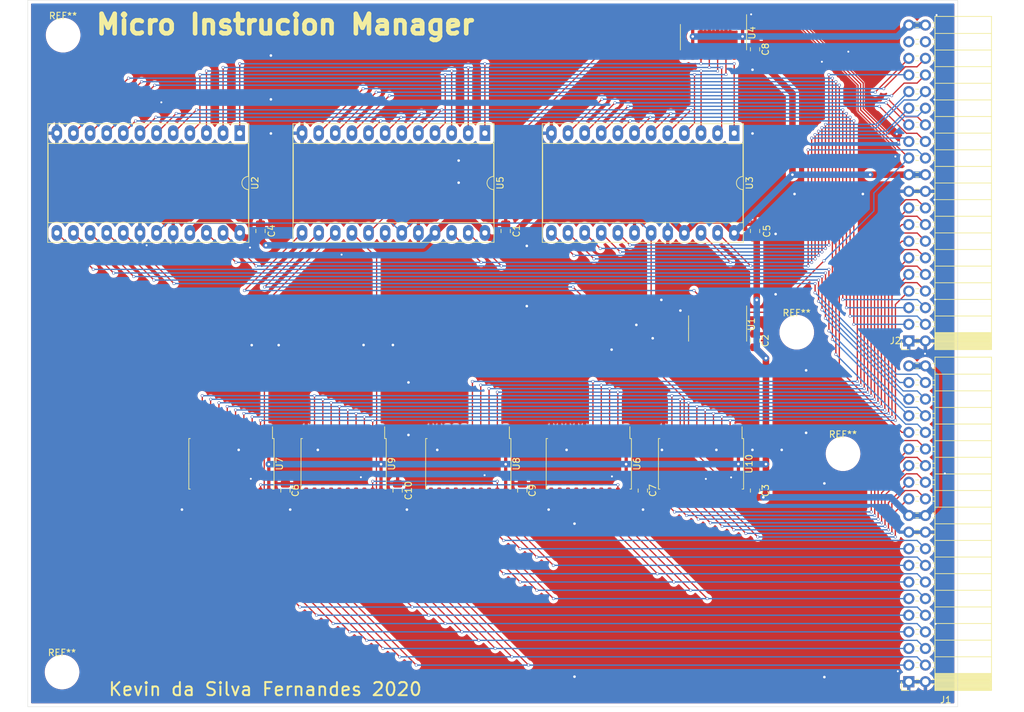
<source format=kicad_pcb>
(kicad_pcb (version 20201220) (generator pcbnew)
  (layers (0 "F.Cu" signal) (31 "B.Cu" signal) (34 "B.Paste" user) (35 "F.Paste" user) (36 "B.SilkS" user "B.Silkscreen") (37 "F.SilkS" user "F.Silkscreen") (38 "B.Mask" user) (39 "F.Mask" user) (44 "Edge.Cuts" user))
  (net 0 "")
  (net 1 "GND")
  (net 2 "+5V")
  (net 3 "SU")
  (net 4 "MEMAO")
  (net 5 "RAMDI")
  (net 6 "MEMDO")
  (net 7 "II")
  (net 8 "PO")
  (net 9 "J")
  (net 10 "CE")
  (net 11 "/DATA7")
  (net 12 "/DATA6")
  (net 13 "/DATA5")
  (net 14 "/DATA4")
  (net 15 "/DATA3")
  (net 16 "/DATA2")
  (net 17 "/DATA1")
  (net 18 "/DATA0")
  (net 19 "/GFX3")
  (net 20 "/GFX2")
  (net 21 "/GFX1")
  (net 22 "/GFX0")
  (net 23 "/ADDR11")
  (net 24 "/ADDR10")
  (net 25 "/ADDR9")
  (net 26 "/ADDR8")
  (net 27 "/ADDR7")
  (net 28 "/ADDR6")
  (net 29 "/ADDR5")
  (net 30 "/ADDR4")
  (net 31 "/ADDR3")
  (net 32 "/ADDR2")
  (net 33 "/ADDR1")
  (net 34 "/ADDR0")
  (net 35 "Net-(J2-Pad38)")
  (net 36 "Net-(J2-Pad37)")
  (net 37 "EXT2")
  (net 38 "EXT1")
  (net 39 "EXT0")
  (net 40 "RAMAI")
  (net 41 "CONST")
  (net 42 "GFXI")
  (net 43 "HLT")
  (net 44 "MC")
  (net 45 "BI")
  (net 46 "AI")
  (net 47 "EO")
  (net 48 "CARRY")
  (net 49 "ZERO")
  (net 50 "~CLK")
  (net 51 "/ARG7")
  (net 52 "/ARG6")
  (net 53 "/ARG5")
  (net 54 "/ARG4")
  (net 55 "/ARG3")
  (net 56 "/ARG2")
  (net 57 "/ARG1")
  (net 58 "/ARG0")
  (net 59 "/OP3")
  (net 60 "/OP2")
  (net 61 "/OP1")
  (net 62 "/OP0")
  (net 63 "Net-(U1-Pad11)")
  (net 64 "Net-(U1-Pad10)")
  (net 65 "Net-(U1-Pad8)")
  (net 66 "Net-(U1-Pad5)")
  (net 67 "Net-(U1-Pad3)")
  (net 68 "Net-(U2-Pad4)")
  (net 69 "Net-(U2-Pad3)")
  (net 70 "Net-(U2-Pad2)")
  (net 71 "Net-(U2-Pad1)")
  (net 72 "Net-(U4-Pad15)")
  (net 73 "Net-(U4-Pad9)")
  (net 74 "Net-(U5-Pad16)")
  (net 75 "Net-(U5-Pad15)")
  (net 76 "Net-(U10-Pad19)")
  (net 77 "Net-(U6-Pad14)")
  (net 78 "Net-(U6-Pad13)")
  (net 79 "Net-(U6-Pad12)")
  (net 80 "Net-(U6-Pad11)")
  (net 81 "/ARG11")
  (net 82 "/ARG10")
  (net 83 "/ARG9")
  (net 84 "/ARG8")
  (footprint "Package_DIP:DIP-24_W15.24mm_Socket_LongPads" (layer "F.Cu") (at 186.69 54.61 -90)
    (fp_text reference "U5")
    (fp_text value "INTEL2716")
  )
  (footprint "Connector_PinSocket_2.54mm:PinSocket_2x20_P2.54mm_Horizontal" (layer "F.Cu") (at 251.46 86.36 180)
    (fp_text reference "J2")
    (fp_text value "Conn_02x20_Counter_Clockwise")
  )
  (footprint "Capacitor_SMD:C_0805_2012Metric_Pad1.15x1.40mm_HandSolder" (layer "F.Cu") (at 210.82 109.22 90)
    (fp_text reference "C7")
    (fp_text value "C")
  )
  (footprint "Capacitor_SMD:C_0805_2012Metric_Pad1.15x1.40mm_HandSolder" (layer "F.Cu") (at 173.355 109.22 90)
    (fp_text reference "C10")
    (fp_text value "C")
  )
  (footprint "Package_SO:SOIC-16_3.9x9.9mm_P1.27mm" (layer "F.Cu") (at 221.614999 39.945001 -90)
    (fp_text reference "U4")
    (fp_text value "74LS161")
  )
  (footprint "Connector_PinSocket_2.54mm:PinSocket_2x20_P2.54mm_Horizontal" (layer "F.Cu") (at 251.46 138.43 180)
    (fp_text reference "J1")
    (fp_text value "Conn_02x20_Counter_Clockwise")
  )
  (footprint "Capacitor_SMD:C_0805_2012Metric_Pad1.15x1.40mm_HandSolder" (layer "F.Cu") (at 189.865 69.56 90)
    (fp_text reference "C1")
    (fp_text value "C")
  )
  (footprint "MountingHole:MountingHole_4.3mm_M4" (layer "F.Cu") (at 241.41 103.59)
    (fp_text reference "REF**")
    (fp_text value "MountingHole_4.3mm_M4")
  )
  (footprint "Capacitor_SMD:C_0805_2012Metric_Pad1.15x1.40mm_HandSolder" (layer "F.Cu") (at 227.965 69.56 90)
    (fp_text reference "C5")
    (fp_text value "C")
  )
  (footprint "Package_SO:SOIC-20W_7.5x12.8mm_P1.27mm" (layer "F.Cu") (at 219.71 105.14 -90)
    (fp_text reference "U10")
    (fp_text value "74LS245")
  )
  (footprint "Package_DIP:DIP-24_W15.24mm_Socket_LongPads" (layer "F.Cu") (at 224.79 54.61 -90)
    (fp_text reference "U3")
    (fp_text value "INTEL2716")
  )
  (footprint "Capacitor_SMD:C_0805_2012Metric_Pad1.15x1.40mm_HandSolder" (layer "F.Cu") (at 227.964999 41.795001 90)
    (fp_text reference "C8")
    (fp_text value "C")
  )
  (footprint "Package_SO:SOIC-20W_7.5x12.8mm_P1.27mm" (layer "F.Cu") (at 202.565 105.14 -90)
    (fp_text reference "U6")
    (fp_text value "74LS245")
  )
  (footprint "Capacitor_SMD:C_0805_2012Metric_Pad1.15x1.40mm_HandSolder" (layer "F.Cu") (at 152.4 69.56 90)
    (fp_text reference "C4")
    (fp_text value "C")
  )
  (footprint "Package_SO:SOIC-20W_7.5x12.8mm_P1.27mm" (layer "F.Cu") (at 165.1 105.14 -90)
    (fp_text reference "U9")
    (fp_text value "74LS245")
  )
  (footprint "Capacitor_SMD:C_0805_2012Metric_Pad1.15x1.40mm_HandSolder" (layer "F.Cu") (at 227.965 109.22 90)
    (fp_text reference "C3")
    (fp_text value "C")
  )
  (footprint "Capacitor_SMD:C_0805_2012Metric_Pad1.15x1.40mm_HandSolder" (layer "F.Cu") (at 227.965 86.305 90)
    (fp_text reference "C2")
    (fp_text value "C")
  )
  (footprint "Capacitor_SMD:C_0805_2012Metric_Pad1.15x1.40mm_HandSolder" (layer "F.Cu") (at 156.21 109.22 90)
    (fp_text reference "C6")
    (fp_text value "C")
  )
  (footprint "MountingHole:MountingHole_4.3mm_M4" (layer "F.Cu") (at 122.08 136.95)
    (fp_text reference "REF**")
    (fp_text value "MountingHole_4.3mm_M4")
  )
  (footprint "Package_DIP:DIP-24_W15.24mm_Socket_LongPads" (layer "F.Cu") (at 149.225 54.61 -90)
    (fp_text reference "U2")
    (fp_text value "INTEL2716")
  )
  (footprint "Package_SO:SOIC-20W_7.5x12.8mm_P1.27mm" (layer "F.Cu") (at 184.15 105.14 -90)
    (fp_text reference "U8")
    (fp_text value "74LS245")
  )
  (footprint "Package_SO:SOIC-14_3.9x8.7mm_P1.27mm" (layer "F.Cu") (at 222.25 84.455 -90)
    (fp_text reference "U1")
    (fp_text value "74LS00")
  )
  (footprint "Capacitor_SMD:C_0805_2012Metric_Pad1.15x1.40mm_HandSolder" (layer "F.Cu") (at 192.405 109.22 90)
    (fp_text reference "C9")
    (fp_text value "C")
  )
  (footprint "MountingHole:MountingHole_4.3mm_M4" (layer "F.Cu") (at 234.34 85.03)
    (fp_text reference "REF**")
    (fp_text value "MountingHole_4.3mm_M4")
  )
  (footprint "MountingHole:MountingHole_4.3mm_M4" (layer "F.Cu") (at 122.24 39.64)
    (fp_text reference "REF**")
    (fp_text value "MountingHole_4.3mm_M4")
  )
  (footprint "Package_SO:SOIC-20W_7.5x12.8mm_P1.27mm" (layer "F.Cu") (at 147.955 105.14 -90)
    (fp_text reference "U7")
    (fp_text value "74LS245")
  )
  (gr_line (start 256.54 142.24) (end 116.84 142.24) (layer "Edge.Cuts") (width 0.05))
  (gr_line (start 116.84 142.24) (end 116.84 34.29) (layer "Edge.Cuts") (width 0.05))
  (gr_line (start 256.54 142.24) (end 258.92 142.24) (layer "Edge.Cuts") (width 0.05))
  (gr_line (start 258.92 34.29) (end 258.92 142.24) (layer "Edge.Cuts") (width 0.05))
  (gr_line (start 256.54 34.29) (end 258.92 34.29) (layer "Edge.Cuts") (width 0.05))
  (gr_line (start 256.54 34.29) (end 116.84 34.29) (layer "Edge.Cuts") (width 0.05))
  (gr_text "Micro Instrucion Manager" (at 156.19 38.01) (layer "F.SilkS") (effects (font (size 3 3) (thickness 0.7))))
  (gr_text "Kevin da Silva Fernandes 2020\n" (at 153.13 139.57) (layer "F.SilkS") (effects (font (size 2 2) (thickness 0.3))))
  (segment (start 223.56601 36.38) (end 223.56601 37.42399) (width 0.2) (layer "F.Cu") (net 1))
  (segment (start 244.500009 46.944311) (end 232.785698 35.23) (width 0.2) (layer "F.Cu") (net 1))
  (segment (start 153.99 49.45) (end 153.99 42.75) (width 1) (layer "F.Cu") (net 1))
  (segment (start 153.99 54.66) (end 153.99 49.45) (width 1) (layer "F.Cu") (net 1))
  (segment (start 193.09 71.84) (end 193.09 81.04) (width 1) (layer "F.Cu") (net 1))
  (segment (start 243.7 51.23) (end 243.7 47.29) (width 0.2) (layer "F.Cu") (net 1))
  (segment (start 249.41 56.94) (end 247.62 55.15) (width 0.2) (layer "F.Cu") (net 1))
  (segment (start 238.56 108.13) (end 238.56 137.72) (width 1) (layer "F.Cu") (net 1))
  (segment (start 244.50001 50.894312) (end 244.500009 46.944311) (width 0.2) (layer "F.Cu") (net 1))
  (segment (start 175.01 92.7) (end 175.01 100.73) (width 1) (layer "F.Cu") (net 1))
  (segment (start 227.37 36.38) (end 227.37 36.46) (width 0.2) (layer "F.Cu") (net 1))
  (segment (start 248.325698 54.72) (end 244.50001 50.894312) (width 0.2) (layer "F.Cu") (net 1))
  (segment (start 227.58 44.92) (end 227.58 54.66) (width 1) (layer "F.Cu") (net 1))
  (segment (start 224.71601 35.23) (end 223.56601 36.38) (width 0.2) (layer "F.Cu") (net 1))
  (segment (start 235.77 90.85) (end 235.77 100.4) (width 1) (layer "F.Cu") (net 1))
  (segment (start 227.65999 36.09001) (end 227.37 36.38) (width 0.2) (layer "F.Cu") (net 1))
  (segment (start 223.56601 37.42399) (end 223.519999 37.470001) (width 0.2) (layer "F.Cu") (net 1))
  (segment (start 200.38 114.28) (end 200.38 137.66) (width 1) (layer "F.Cu") (net 1))
  (segment (start 232.785698 35.23) (end 224.71601 35.23) (width 0.2) (layer "F.Cu") (net 1))
  (segment (start 247.62 55.15) (end 243.7 51.23) (width 0.2) (layer "F.Cu") (net 1))
  (segment (start 231.11 79.23) (end 231.11 70.01) (width 1) (layer "F.Cu") (net 1))
  (segment (start 232.50001 36.09001) (end 227.65999 36.09001) (width 0.2) (layer "F.Cu") (net 1))
  (segment (start 243.7 47.29) (end 232.50001 36.09001) (width 0.2) (layer "F.Cu") (net 1))
  (segment (start 249.41 58.18) (end 249.41 56.94) (width 0.2) (layer "F.Cu") (net 1))
  (segment (start 249.62 54.72) (end 248.325698 54.72) (width 0.2) (layer "F.Cu") (net 1))
  (via (at 186.64 106.87) (size 0.45) (drill 0.3) (layers "F.Cu" "B.Cu") (net 1))
  (via (at 255.7 36.56) (size 0.45) (drill 0.3) (layers "F.Cu" "B.Cu") (net 1))
  (via (at 234 63.91) (size 0.8) (drill 0.4) (layers "F.Cu" "B.Cu") (net 1))
  (via (at 174.77 112.13) (size 0.8) (drill 0.4) (layers "F.Cu" "B.Cu") (net 1))
  (via (at 216.56 81.72) (size 0.8) (drill 0.4) (layers "F.Cu" "B.Cu") (net 1))
  (via (at 244.44 63.91) (size 0.8) (drill 0.4) (layers "F.Cu" "B.Cu") (net 1))
  (via (at 238.56 108.13) (size 0.8) (drill 0.4) (layers "F.Cu" "B.Cu") (net 1))
  (via (at 167.74 107.18) (size 0.45) (drill 0.3) (layers "F.Cu" "B.Cu") (net 1))
  (via (at 150.92 107.42) (size 0.45) (drill 0.3) (layers "F.Cu" "B.Cu") (net 1))
  (via (at 232.04 103.01) (size 0.8) (drill 0.4) (layers "F.Cu" "B.Cu") (net 1))
  (via (at 255.54 129.6) (size 0.45) (drill 0.3) (layers "F.Cu" "B.Cu") (net 1))
  (via (at 209.83 83.91) (size 0.8) (drill 0.4) (layers "F.Cu" "B.Cu") (net 1))
  (via (at 200.38 137.66) (size 0.8) (drill 0.4) (layers "F.Cu" "B.Cu") (net 1))
  (via (at 253.94 88.31) (size 0.45) (drill 0.3) (layers "F.Cu" "B.Cu") (net 1))
  (via (at 238.56 137.72) (size 0.8) (drill 0.4) (layers "F.Cu" "B.Cu") (net 1))
  (via (at 235.77 90.85) (size 0.8) (drill 0.4) (layers "F.Cu" "B.Cu") (net 1))
  (via (at 249.78 136.83) (size 0.45) (drill 0.3) (layers "F.Cu" "B.Cu") (net 1))
  (via (at 242.22 42.16) (size 0.45) (drill 0.3) (layers "F.Cu" "B.Cu") (net 1))
  (via (at 182.68 62.18) (size 0.8) (drill 0.4) (layers "F.Cu" "B.Cu") (net 1))
  (via (at 224.31 107.21) (size 0.45) (drill 0.3) (layers "F.Cu" "B.Cu") (net 1))
  (via (at 200.38 114.28) (size 0.8) (drill 0.4) (layers "F.Cu" "B.Cu") (net 1))
  (via (at 164.79 73.17) (size 0.45) (drill 0.3) (layers "F.Cu" "B.Cu") (net 1))
  (via (at 193.09 71.84) (size 0.8) (drill 0.4) (layers "F.Cu" "B.Cu") (net 1))
  (via (at 213.74 103.01) (size 0.8) (drill 0.4) (layers "F.Cu" "B.Cu") (net 1))
  (via (at 175.01 100.73) (size 0.8) (drill 0.4) (layers "F.Cu" "B.Cu") (net 1))
  (via (at 256.97 106.61) (size 0.45) (drill 0.3) (layers "F.Cu" "B.Cu") (net 1))
  (via (at 249.88 56.04) (size 0.45) (drill 0.3) (layers "F.Cu" "B.Cu") (net 1))
  (via (at 249.62 54.72) (size 0.45) (drill 0.3) (layers "F.Cu" "B.Cu") (net 1))
  (via (at 249.41 58.18) (size 0.45) (drill 0.3) (layers "F.Cu" "B.Cu") (net 1))
  (via (at 231.11 70.01) (size 0.8) (drill 0.4) (layers "F.Cu" "B.Cu") (net 1))
  (via (at 227.58 54.66) (size 0.8) (drill 0.4) (layers "F.Cu" "B.Cu") (net 1))
  (via (at 212.33 85.95) (size 0.8) (drill 0.4) (layers "F.Cu" "B.Cu") (net 1))
  (via (at 182.68 58.8) (size 0.8) (drill 0.4) (layers "F.Cu" "B.Cu") (net 1))
  (via (at 168.15 86.98) (size 0.8) (drill 0.4) (layers "F.Cu" "B.Cu") (net 1))
  (via (at 155.18 87) (size 0.8) (drill 0.4) (layers "F.Cu" "B.Cu") (net 1))
  (via (at 137.25 49.9) (size 0.45) (drill 0.3) (layers "F.Cu" "B.Cu") (net 1))
  (via (at 153.99 49.45) (size 0.8) (drill 0.4) (layers "F.Cu" "B.Cu") (net 1))
  (via (at 153.99 54.66) (size 0.8) (drill 0.4) (layers "F.Cu" "B.Cu") (net 1))
  (via (at 255.48 80.03) (size 0.45) (drill 0.3) (layers "F.Cu" "B.Cu") (net 1))
  (via (at 227.58 44.92) (size 0.8) (drill 0.4) (layers "F.Cu" "B.Cu") (net 1))
  (via (at 231.11 79.23) (size 0.8) (drill 0.4) (layers "F.Cu" "B.Cu") (net 1))
  (via (at 222.06 103.01) (size 0.8) (drill 0.4) (layers "F.Cu" "B.Cu") (net 1))
  (via (at 213.65 80.09) (size 0.8) (drill 0.4) (layers "F.Cu" "B.Cu") (net 1))
  (via (at 235.77 100.4) (size 0.8) (drill 0.4) (layers "F.Cu" "B.Cu") (net 1))
  (via (at 135 71.75) (size 0.45) (drill 0.3) (layers "F.Cu" "B.Cu") (net 1))
  (via (at 206.1 107.06) (size 0.45) (drill 0.3) (layers "F.Cu" "B.Cu") (net 1))
  (via (at 151.06 87) (size 0.8) (drill 0.4) (layers "F.Cu" "B.Cu") (net 1))
  (via (at 193.09 81.04) (size 0.8) (drill 0.4) (layers "F.Cu" "B.Cu") (net 1))
  (via (at 227.37 36.46) (size 0.45) (drill 0.3) (layers "F.Cu" "B.Cu") (net 1))
  (via (at 161.16 103.01) (size 0.8) (drill 0.4) (layers "F.Cu" "B.Cu") (net 1))
  (via (at 175.01 92.7) (size 0.8) (drill 0.4) (layers "F.Cu" "B.Cu") (net 1))
  (via (at 140.4 112.13) (size 0.8) (drill 0.4) (layers "F.Cu" "B.Cu") (net 1))
  (via (at 227.57 103.01) (size 0.8) (drill 0.4) (layers "F.Cu" "B.Cu") (net 1))
  (via (at 196.43 112.13) (size 0.8) (drill 0.4) (layers "F.Cu" "B.Cu") (net 1))
  (via (at 172.63 86.98) (size 0.8) (drill 0.4) (layers "F.Cu" "B.Cu") (net 1))
  (via (at 199.17 103.01) (size 0.8) (drill 0.4) (layers "F.Cu" "B.Cu") (net 1))
  (via (at 206.05 87.69) (size 0.8) (drill 0.4) (layers "F.Cu" "B.Cu") (net 1))
  (via (at 220.45 107.44) (size 0.45) (drill 0.3) (layers "F.Cu" "B.Cu") (net 1))
  (via (at 238.18 43.7) (size 0.45) (drill 0.3) (layers "F.Cu" "B.Cu") (net 1))
  (via (at 255.38 64.79) (size 0.45) (drill 0.3) (layers "F.Cu" "B.Cu") (net 1))
  (via (at 150.79 72.09) (size 0.45) (drill 0.3) (layers "F.Cu" "B.Cu") (net 1))
  (via (at 153.99 42.75) (size 0.8) (drill 0.4) (layers "F.Cu" "B.Cu") (net 1))
  (via (at 255.36 49.49) (size 0.45) (drill 0.3) (layers "F.Cu" "B.Cu") (net 1))
  (via (at 149.07 103.01) (size 0.8) (drill 0.4) (layers "F.Cu" "B.Cu") (net 1))
  (via (at 179.41 103.01) (size 0.8) (drill 0.4) (layers "F.Cu" "B.Cu") (net 1))
  (via (at 156.94 112.13) (size 0.8) (drill 0.4) (layers "F.Cu" "B.Cu") (net 1))
  (via (at 210.85 112.13) (size 0.8) (drill 0.4) (layers "F.Cu" "B.Cu") (net 1))
  (segment (start 182.68 58.8) (end 182.68 62.18) (width 1) (layer "B.Cu") (net 1))
  (segment (start 161.16 103.01) (end 149.07 103.01) (width 1) (layer "B.Cu") (net 1))
  (segment (start 199.17 103.01) (end 179.41 103.01) (width 1) (layer "B.Cu") (net 1))
  (segment (start 222.06 103.01) (end 213.74 103.01) (width 1) (layer "B.Cu") (net 1))
  (segment (start 179.41 103.01) (end 161.16 103.01) (width 1) (layer "B.Cu") (net 1))
  (segment (start 227.57 103.01) (end 222.06 103.01) (width 1) (layer "B.Cu") (net 1))
  (segment (start 213.74 103.01) (end 199.17 103.01) (width 1) (layer "B.Cu") (net 1))
  (segment (start 232.04 103.01) (end 227.57 103.01) (width 1) (layer "B.Cu") (net 1))
  (segment (start 206.05 87.69) (end 209.83 83.91) (width 1) (layer "B.Cu") (net 1))
  (segment (start 151.06 87) (end 155.18 87) (width 1) (layer "B.Cu") (net 1))
  (segment (start 244.44 63.91) (end 234 63.91) (width 1) (layer "B.Cu") (net 1))
  (segment (start 212.33 85.95) (end 216.56 81.72) (width 1) (layer "B.Cu") (net 1))
  (segment (start 168.15 86.98) (end 172.63 86.98) (width 1) (layer "B.Cu") (net 1))
  (segment (start 209.83 83.91) (end 213.65 80.09) (width 1) (layer "B.Cu") (net 1))
  (segment (start 156.94 112.13) (end 140.4 112.13) (width 1) (layer "B.Cu") (net 1))
  (segment (start 196.43 112.13) (end 174.77 112.13) (width 1) (layer "B.Cu") (net 1))
  (segment (start 174.77 112.13) (end 156.94 112.13) (width 1) (layer "B.Cu") (net 1))
  (segment (start 210.85 112.13) (end 196.43 112.13) (width 1) (layer "B.Cu") (net 1))
  (segment (start 229.629999 88.994999) (end 227.965 87.33) (width 1) (layer "F.Cu") (net 2))
  (segment (start 149.225 69.85) (end 147.32499 67.94999) (width 1) (layer "F.Cu") (net 2))
  (segment (start 225.88 110.245) (end 225.425 109.79) (width 0.5) (layer "F.Cu") (net 2))
  (segment (start 208.28 109.79) (end 208.28 100.49) (width 0.5) (layer "F.Cu") (net 2))
  (segment (start 228.225001 70.845001) (end 228.225001 80.095001) (width 1) (layer "F.Cu") (net 2))
  (segment (start 180.97001 67.94999) (end 179.07 69.85) (width 1) (layer "F.Cu") (net 2))
  (segment (start 227.965 110.245) (end 229.225 110.245) (width 1) (layer "F.Cu") (net 2))
  (segment (start 226.459999 42.820001) (end 226.059999 42.420001) (width 0.5) (layer "F.Cu") (net 2))
  (segment (start 233.68 60.96) (end 233.68 48.535002) (width 1) (layer "F.Cu") (net 2))
  (segment (start 233.68 48.535002) (end 227.964999 42.820001) (width 1) (layer "F.Cu") (net 2))
  (segment (start 187.425 70.585) (end 186.69 69.85) (width 1) (layer "F.Cu") (net 2))
  (segment (start 189.23 70.585) (end 187.425 70.585) (width 1) (layer "F.Cu") (net 2))
  (segment (start 210.82 110.245) (end 208.735 110.245) (width 0.5) (layer "F.Cu") (net 2))
  (segment (start 226.059999 39.840001) (end 226.059999 42.420001) (width 0.5) (layer "F.Cu") (net 2))
  (segment (start 226.059999 37.470001) (end 226.059999 39.840001) (width 0.5) (layer "F.Cu") (net 2))
  (segment (start 152.4 70.585) (end 149.96 70.585) (width 1) (layer "F.Cu") (net 2))
  (segment (start 189.865 105.195) (end 189.865 109.79) (width 0.5) (layer "F.Cu") (net 2))
  (segment (start 189.865 100.49) (end 189.865 105.195) (width 0.5) (layer "F.Cu") (net 2))
  (segment (start 153.67 105.2) (end 153.67 109.79) (width 0.5) (layer "F.Cu") (net 2))
  (segment (start 153.67 100.49) (end 153.67 105.2) (width 0.5) (layer "F.Cu") (net 2))
  (segment (start 218.439999 39.840001) (end 218.439999 42.420001) (width 0.5) (layer "F.Cu") (net 2))
  (segment (start 218.439999 37.470001) (end 218.439999 39.840001) (width 0.5) (layer "F.Cu") (net 2))
  (segment (start 143.50501 67.94999) (end 141.605 69.85) (width 1) (layer "F.Cu") (net 2))
  (segment (start 186.69 69.85) (end 184.78999 67.94999) (width 1) (layer "F.Cu") (net 2))
  (segment (start 189.41499 101.96501) (end 184.27501 101.96501) (width 0.5) (layer "F.Cu") (net 2))
  (segment (start 229.225 110.245) (end 229.23 110.25) (width 1) (layer "F.Cu") (net 2))
  (segment (start 184.27501 101.96501) (end 183.515 101.205) (width 0.5) (layer "F.Cu") (net 2))
  (segment (start 189.865 100.49) (end 189.865 101.515) (width 0.5) (layer "F.Cu") (net 2))
  (segment (start 227.965 70.585) (end 228.225001 70.845001) (width 1) (layer "F.Cu") (net 2))
  (segment (start 219.07001 67.94999) (end 217.17 69.85) (width 1) (layer "F.Cu") (net 2))
  (segment (start 156.21 110.245) (end 154.125 110.245) (width 0.5) (layer "F.Cu") (net 2))
  (segment (start 213.36 66.04) (end 195.0275 66.04) (width 1) (layer "F.Cu") (net 2))
  (segment (start 227.964999 42.820001) (end 226.459999 42.820001) (width 0.5) (layer "F.Cu") (net 2))
  (segment (start 227.965 87.33) (end 226.46 87.33) (width 0.5) (layer "F.Cu") (net 2))
  (segment (start 147.32499 67.94999) (end 143.50501 67.94999) (width 1) (layer "F.Cu") (net 2))
  (segment (start 225.425 100.49) (end 225.425 105.155) (width 0.5) (layer "F.Cu") (net 2))
  (segment (start 225.425 105.155) (end 225.425 109.79) (width 0.5) (layer "F.Cu") (net 2))
  (segment (start 190.32 110.245) (end 189.865 109.79) (width 0.5) (layer "F.Cu") (net 2))
  (segment (start 217.17 69.85) (end 213.36 66.04) (width 1) (layer "F.Cu") (net 2))
  (segment (start 189.93 70.585) (end 189.23 70.585) (width 1) (layer "F.Cu") (net 2))
  (segment (start 227.965 110.245) (end 225.88 110.245) (width 0.5) (layer "F.Cu") (net 2))
  (segment (start 208.735 110.245) (end 208.28 109.79) (width 0.5) (layer "F.Cu") (net 2))
  (segment (start 226.46 87.33) (end 226.06 86.93) (width 0.5) (layer "F.Cu") (net 2))
  (segment (start 192.405 110.245) (end 190.32 110.245) (width 0.5) (layer "F.Cu") (net 2))
  (segment (start 152.4 70.585) (end 152.4 70.92) (width 1) (layer "F.Cu") (net 2))
  (segment (start 190.4825 70.585) (end 189.865 70.585) (width 1) (layer "F.Cu") (net 2))
  (segment (start 251.46 60.96) (end 245.56 60.96) (width 1) (layer "F.Cu") (net 2))
  (segment (start 224.79 69.85) (end 222.88999 67.94999) (width 1) (layer "F.Cu") (net 2))
  (segment (start 229.23 110.25) (end 229.629999 109.850001) (width 1) (layer "F.Cu") (net 2))
  (segment (start 229.629999 105.190001) (end 229.629999 88.994999) (width 1) (layer "F.Cu") (net 2))
  (segment (start 229.629999 109.850001) (end 229.629999 105.190001) (width 1) (layer "F.Cu") (net 2))
  (segment (start 183.515 101.205) (end 183.515 100.49) (width 0.5) (layer "F.Cu") (net 2))
  (segment (start 170.815 105.195) (end 170.815 109.79) (width 0.5) (layer "F.Cu") (net 2))
  (segment (start 170.815 100.49) (end 170.815 105.195) (width 0.5) (layer "F.Cu") (net 2))
  (segment (start 171.27 110.245) (end 170.815 109.79) (width 0.5) (layer "F.Cu") (net 2))
  (segment (start 189.865 101.515) (end 189.41499 101.96501) (width 0.5) (layer "F.Cu") (net 2))
  (segment (start 225.525 70.585) (end 224.79 69.85) (width 1) (layer "F.Cu") (net 2))
  (segment (start 173.355 110.245) (end 171.27 110.245) (width 0.5) (layer "F.Cu") (net 2))
  (segment (start 152.4 70.92) (end 153.23001 71.75001) (width 1) (layer "F.Cu") (net 2))
  (segment (start 184.78999 67.94999) (end 180.97001 67.94999) (width 1) (layer "F.Cu") (net 2))
  (segment (start 183.515 100.49) (end 180.975 100.49) (width 0.5) (layer "F.Cu") (net 2))
  (segment (start 222.88999 67.94999) (end 219.07001 67.94999) (width 1) (layer "F.Cu") (net 2))
  (segment (start 195.0275 66.04) (end 190.4825 70.585) (width 1) (layer "F.Cu") (net 2))
  (segment (start 154.125 110.245) (end 153.67 109.79) (width 0.5) (layer "F.Cu") (net 2))
  (segment (start 149.96 70.585) (end 149.225 69.85) (width 1) (layer "F.Cu") (net 2))
  (segment (start 227.965 70.585) (end 225.525 70.585) (width 1) (layer "F.Cu") (net 2))
  (via (at 189.865 105.195) (size 0.8) (drill 0.4) (layers "F.Cu" "B.Cu") (net 2))
  (via (at 153.67 105.2) (size 0.8) (drill 0.4) (layers "F.Cu" "B.Cu") (net 2))
  (via (at 229.629999 105.190001) (size 0.8) (drill 0.4) (layers "F.Cu" "B.Cu") (net 2))
  (via (at 170.815 105.195) (size 0.8) (drill 0.4) (layers "F.Cu" "B.Cu") (net 2))
  (via (at 218.439999 39.840001) (size 0.8) (drill 0.4) (layers "F.Cu" "B.Cu") (net 2))
  (via (at 228.225001 80.095001) (size 0.8) (drill 0.4) (layers "F.Cu" "B.Cu") (net 2))
  (via (at 225.425 105.155) (size 0.8) (drill 0.4) (layers "F.Cu" "B.Cu") (net 2))
  (via (at 229.629999 88.994999) (size 0.8) (drill 0.4) (layers "F.Cu" "B.Cu") (net 2))
  (via (at 226.059999 39.840001) (size 0.8) (drill 0.4) (layers "F.Cu" "B.Cu") (net 2))
  (via (at 208.259999 105.190001) (size 0.8) (drill 0.4) (layers "F.Cu" "B.Cu") (net 2))
  (via (at 153.23001 71.75001) (size 0.8) (drill 0.4) (layers "F.Cu" "B.Cu") (net 2))
  (via (at 229.23 110.25) (size 0.8) (drill 0.4) (layers "F.Cu" "B.Cu") (net 2))
  (via (at 245.56 60.96) (size 0.8) (drill 0.4) (layers "F.Cu" "B.Cu") (net 2))
  (via (at 233.68 60.96) (size 0.8) (drill 0.4) (layers "F.Cu" "B.Cu") (net 2))
  (segment (start 179.07 69.85) (end 177.16999 71.75001) (width 1) (layer "B.Cu") (net 2))
  (segment (start 228.225001 87.605001) (end 229.63 89.01) (width 1) (layer "B.Cu") (net 2))
  (segment (start 153.679999 105.190001) (end 153.67 105.2) (width 1) (layer "B.Cu") (net 2))
  (segment (start 208.259999 105.190001) (end 153.679999 105.190001) (width 1) (layer "B.Cu") (net 2))
  (segment (start 254 38.1) (end 251.46 38.1) (width 1) (layer "B.Cu") (net 2))
  (segment (start 251.46 113.03) (end 248.68 110.25) (width 1) (layer "B.Cu") (net 2))
  (segment (start 255.58 91.74) (end 255.58 111.45) (width 1) (layer "B.Cu") (net 2))
  (segment (start 233.68 60.96) (end 224.79 69.85) (width 1) (layer "B.Cu") (net 2))
  (segment (start 226.059999 39.840001) (end 218.470001 39.840001) (width 1) (layer "B.Cu") (net 2))
  (segment (start 254 60.96) (end 251.46 60.96) (width 1) (layer "B.Cu") (net 2))
  (segment (start 245.56 60.96) (end 233.68 60.96) (width 1) (layer "B.Cu") (net 2))
  (segment (start 249.719999 39.840001) (end 251.46 38.1) (width 1) (layer "B.Cu") (net 2))
  (segment (start 254 113.03) (end 251.46 113.03) (width 1) (layer "B.Cu") (net 2))
  (segment (start 229.629999 105.190001) (end 208.259999 105.190001) (width 1) (layer "B.Cu") (net 2))
  (segment (start 177.16999 71.75001) (end 153.23001 71.75001) (width 1) (layer "B.Cu") (net 2))
  (segment (start 228.225001 80.095001) (end 228.225001 87.605001) (width 1) (layer "B.Cu") (net 2))
  (segment (start 254 90.17) (end 251.46 90.17) (width 1) (layer "B.Cu") (net 2))
  (segment (start 248.68 110.25) (end 229.23 110.25) (width 1) (layer "B.Cu") (net 2))
  (segment (start 255.58 111.45) (end 254 113.03) (width 1) (layer "B.Cu") (net 2))
  (segment (start 226.059999 39.840001) (end 249.719999 39.840001) (width 1) (layer "B.Cu") (net 2))
  (segment (start 254.01 90.17) (end 255.58 91.74) (width 1) (layer "B.Cu") (net 2))
  (segment (start 254 90.17) (end 254.01 90.17) (width 1) (layer "B.Cu") (net 2))
  (segment (start 131.445 69.85) (end 139.185 77.59) (width 0.2) (layer "F.Cu") (net 3))
  (segment (start 237.142002 78.987998) (end 237.142002 77.587998) (width 0.2) (layer "F.Cu") (net 3))
  (via (at 139.185 77.59) (size 0.45) (drill 0.3) (layers "F.Cu" "B.Cu") (net 3))
  (via (at 237.142002 77.587998) (size 0.45) (drill 0.3) (layers "F.Cu" "B.Cu") (net 3))
  (via (at 237.142002 78.987998) (size 0.45) (drill 0.3) (layers "F.Cu" "B.Cu") (net 3))
  (segment (start 249.604004 91.45) (end 237.142002 78.987998) (width 0.2) (layer "B.Cu") (net 3))
  (segment (start 254 92.71) (end 252.74 91.45) (width 0.2) (layer "B.Cu") (net 3))
  (segment (start 237.142002 77.587998) (end 139.187002 77.587998) (width 0.2) (layer "B.Cu") (net 3))
  (segment (start 139.187002 77.587998) (end 139.185 77.59) (width 0.2) (layer "B.Cu") (net 3))
  (segment (start 252.74 91.45) (end 249.604004 91.45) (width 0.2) (layer "B.Cu") (net 3))
  (segment (start 237.668501 80.291499) (end 237.668501 77.061499) (width 0.2) (layer "F.Cu") (net 4))
  (segment (start 128.905 69.85) (end 136.115 77.06) (width 0.2) (layer "F.Cu") (net 4))
  (via (at 237.668501 80.291499) (size 0.45) (drill 0.3) (layers "F.Cu" "B.Cu") (net 4))
  (via (at 237.668501 77.061499) (size 0.45) (drill 0.3) (layers "F.Cu" "B.Cu") (net 4))
  (via (at 136.118501 77.061499) (size 0.45) (drill 0.3) (layers "F.Cu" "B.Cu") (net 4))
  (segment (start 237.668501 77.061499) (end 136.118501 77.061499) (width 0.2) (layer "B.Cu") (net 4))
  (segment (start 251.46 92.71) (end 250.087002 92.71) (width 0.2) (layer "B.Cu") (net 4))
  (segment (start 250.087002 92.71) (end 237.668501 80.291499) (width 0.2) (layer "B.Cu") (net 4))
  (segment (start 238.198501 81.598501) (end 238.2 81.6) (width 0.2) (layer "F.Cu") (net 5))
  (segment (start 238.198501 81.211499) (end 238.198501 81.598501) (width 0.2) (layer "F.Cu") (net 5))
  (segment (start 238.198501 81.211499) (end 238.198501 76.501499) (width 0.2) (layer "F.Cu") (net 5))
  (segment (start 126.365 69.85) (end 133.035 76.52) (width 0.2) (layer "F.Cu") (net 5))
  (via (at 238.2 81.6) (size 0.45) (drill 0.3) (layers "F.Cu" "B.Cu") (net 5))
  (via (at 133.03 76.52) (size 0.45) (drill 0.3) (layers "F.Cu" "B.Cu") (net 5))
  (via (at 238.198501 76.52) (size 0.45) (drill 0.3) (layers "F.Cu" "B.Cu") (net 5))
  (segment (start 252.75 94) (end 250.607002 94) (width 0.2) (layer "B.Cu") (net 5))
  (segment (start 238.198501 76.52) (end 133.03 76.52) (width 0.2) (layer "B.Cu") (net 5))
  (segment (start 250.607002 94) (end 238.198501 81.591499) (width 0.2) (layer "B.Cu") (net 5))
  (segment (start 254 95.25) (end 252.75 94) (width 0.2) (layer "B.Cu") (net 5))
  (segment (start 123.825 69.85) (end 129.955 75.98) (width 0.2) (layer "F.Cu") (net 6))
  (segment (start 238.725 82.515) (end 238.725 75.975) (width 0.2) (layer "F.Cu") (net 6))
  (segment (start 238.725 82.515) (end 238.725 82.885) (width 0.2) (layer "F.Cu") (net 6))
  (segment (start 238.725 82.885) (end 238.72 82.89) (width 0.2) (layer "F.Cu") (net 6))
  (via (at 238.725 75.975) (size 0.45) (drill 0.3) (layers "F.Cu" "B.Cu") (net 6))
  (via (at 238.72 82.89) (size 0.45) (drill 0.3) (layers "F.Cu" "B.Cu") (net 6))
  (via (at 129.955 75.98) (size 0.45) (drill 0.3) (layers "F.Cu" "B.Cu") (net 6))
  (segment (start 129.96 75.975) (end 129.955 75.98) (width 0.2) (layer "B.Cu") (net 6))
  (segment (start 251.08 95.25) (end 238.725 82.895) (width 0.2) (layer "B.Cu") (net 6))
  (segment (start 238.725 75.975) (end 129.96 75.975) (width 0.2) (layer "B.Cu") (net 6))
  (segment (start 251.46 95.25) (end 251.08 95.25) (width 0.2) (layer "B.Cu") (net 6))
  (segment (start 239.253501 84.806499) (end 239.253501 75.426499) (width 0.2) (layer "F.Cu") (net 7))
  (segment (start 126.8525 75.4175) (end 126.855 75.42) (width 0.2) (layer "F.Cu") (net 7))
  (segment (start 121.285 69.85) (end 126.8525 75.4175) (width 0.2) (layer "F.Cu") (net 7))
  (via (at 126.8525 75.4175) (size 0.45) (drill 0.3) (layers "F.Cu" "B.Cu") (net 7))
  (via (at 239.253501 75.426499) (size 0.45) (drill 0.3) (layers "F.Cu" "B.Cu") (net 7))
  (via (at 239.253501 84.806499) (size 0.45) (drill 0.3) (layers "F.Cu" "B.Cu") (net 7))
  (segment (start 250.947002 96.5) (end 239.253501 84.806499) (width 0.2) (layer "B.Cu") (net 7))
  (segment (start 126.861499 75.426499) (end 126.8525 75.4175) (width 0.2) (layer "B.Cu") (net 7))
  (segment (start 254 97.79) (end 253.19 96.98) (width 0.2) (layer "B.Cu") (net 7))
  (segment (start 252.71 96.5) (end 250.947002 96.5) (width 0.2) (layer "B.Cu") (net 7))
  (segment (start 253.19 96.98) (end 252.71 96.5) (width 0.2) (layer "B.Cu") (net 7))
  (segment (start 239.253501 75.426499) (end 126.861499 75.426499) (width 0.2) (layer "B.Cu") (net 7))
  (segment (start 123.825 54.61) (end 132.2275 46.2075) (width 0.2) (layer "F.Cu") (net 8))
  (segment (start 239.785 46.21) (end 239.7825 46.2075) (width 0.2) (layer "F.Cu") (net 8))
  (segment (start 239.785 86.115) (end 239.785 46.21) (width 0.2) (layer "F.Cu") (net 8))
  (via (at 239.785 86.115) (size 0.45) (drill 0.3) (layers "F.Cu" "B.Cu") (net 8))
  (via (at 239.7825 46.2075) (size 0.45) (drill 0.3) (layers "F.Cu" "B.Cu") (net 8))
  (via (at 132.2275 46.2075) (size 0.45) (drill 0.3) (layers "F.Cu" "B.Cu") (net 8))
  (segment (start 251.46 97.79) (end 239.785 86.115) (width 0.2) (layer "B.Cu") (net 8))
  (segment (start 132.2275 46.2075) (end 239.7825 46.2075) (width 0.2) (layer "B.Cu") (net 8))
  (segment (start 126.365 54.61) (end 134.2275 46.7475) (width 0.2) (layer "F.Cu") (net 9))
  (segment (start 240.315 88.415) (end 240.315 46.745) (width 0.2) (layer "F.Cu") (net 9))
  (via (at 240.315 88.415) (size 0.45) (drill 0.3) (layers "F.Cu" "B.Cu") (net 9))
  (via (at 134.2275 46.7475) (size 0.45) (drill 0.3) (layers "F.Cu" "B.Cu") (net 9))
  (via (at 240.315 46.745) (size 0.45) (drill 0.3) (layers "F.Cu" "B.Cu") (net 9))
  (segment (start 240.3125 46.7475) (end 240.315 46.745) (width 0.2) (layer "B.Cu") (net 9))
  (segment (start 252.78 99.08) (end 250.98 99.08) (width 0.2) (layer "B.Cu") (net 9))
  (segment (start 254 100.33) (end 254 100.3) (width 0.2) (layer "B.Cu") (net 9))
  (segment (start 254 100.3) (end 252.78 99.08) (width 0.2) (layer "B.Cu") (net 9))
  (segment (start 250.98 99.08) (end 240.315 88.415) (width 0.2) (layer "B.Cu") (net 9))
  (segment (start 134.2275 46.7475) (end 240.3125 46.7475) (width 0.2) (layer "B.Cu") (net 9))
  (segment (start 128.905 54.61) (end 136.2325 47.2825) (width 0.2) (layer "F.Cu") (net 10))
  (segment (start 250.41 100.33) (end 240.844999 90.764999) (width 0.2) (layer "F.Cu") (net 10))
  (segment (start 240.844999 47.285001) (end 240.8475 47.2825) (width 0.2) (layer "F.Cu") (net 10))
  (segment (start 251.46 100.33) (end 250.41 100.33) (width 0.2) (layer "F.Cu") (net 10))
  (segment (start 240.844999 90.764999) (end 240.844999 47.285001) (width 0.2) (layer "F.Cu") (net 10))
  (via (at 136.2325 47.2825) (size 0.45) (drill 0.3) (layers "F.Cu" "B.Cu") (net 10))
  (via (at 240.8475 47.2825) (size 0.45) (drill 0.3) (layers "F.Cu" "B.Cu") (net 10))
  (segment (start 136.2325 47.2825) (end 240.8475 47.2825) (width 0.2) (layer "B.Cu") (net 10))
  (segment (start 254 102.87) (end 254 102.81) (width 0.2) (layer "F.Cu") (net 11))
  (segment (start 245.724993 106.375007) (end 245.724993 112.485007) (width 0.2) (layer "F.Cu") (net 11))
  (segment (start 254 102.81) (end 252.77 101.58) (width 0.2) (layer "F.Cu") (net 11))
  (segment (start 250.52 101.58) (end 245.724993 106.375007) (width 0.2) (layer "F.Cu") (net 11))
  (segment (start 213.995 109.79) (end 213.995 110.815) (width 0.2) (layer "F.Cu") (net 11))
  (segment (start 252.77 101.58) (end 250.52 101.58) (width 0.2) (layer "F.Cu") (net 11))
  (segment (start 213.995 110.815) (end 215.66 112.48) (width 0.2) (layer "F.Cu") (net 11))
  (via (at 215.664993 112.485007) (size 0.45) (drill 0.3) (layers "F.Cu" "B.Cu") (net 11))
  (via (at 245.724993 112.485007) (size 0.45) (drill 0.3) (layers "F.Cu" "B.Cu") (net 11))
  (segment (start 245.724993 112.485007) (end 215.664993 112.485007) (width 0.2) (layer "B.Cu") (net 11))
  (segment (start 215.265 109.79) (end 215.265 110.815) (width 0.2) (layer "F.Cu") (net 12))
  (segment (start 251.46 102.88) (end 246.249994 108.090006) (width 0.2) (layer "F.Cu") (net 12))
  (segment (start 246.249994 108.090006) (end 246.249994 113.030006) (width 0.2) (layer "F.Cu") (net 12))
  (segment (start 251.46 102.87) (end 251.46 102.88) (width 0.2) (layer "F.Cu") (net 12))
  (segment (start 215.265 110.815) (end 217.48 113.03) (width 0.2) (layer "F.Cu") (net 12))
  (via (at 217.499994 113.030006) (size 0.45) (drill 0.3) (layers "F.Cu" "B.Cu") (net 12))
  (via (at 246.249994 113.030006) (size 0.45) (drill 0.3) (layers "F.Cu" "B.Cu") (net 12))
  (segment (start 246.249994 113.030006) (end 217.499994 113.030006) (width 0.2) (layer "B.Cu") (net 12))
  (segment (start 250.98 104.15) (end 246.774995 108.355005) (width 0.2) (layer "F.Cu") (net 13))
  (segment (start 246.774995 108.355005) (end 246.774995 113.585005) (width 0.2) (layer "F.Cu") (net 13))
  (segment (start 216.535 110.815) (end 219.31 113.59) (width 0.2) (layer "F.Cu") (net 13))
  (segment (start 254 105.41) (end 252.74 104.15) (width 0.2) (layer "F.Cu") (net 13))
  (segment (start 216.535 109.79) (end 216.535 110.815) (width 0.2) (layer "F.Cu") (net 13))
  (segment (start 252.74 104.15) (end 250.98 104.15) (width 0.2) (layer "F.Cu") (net 13))
  (via (at 219.304995 113.585005) (size 0.45) (drill 0.3) (layers "F.Cu" "B.Cu") (net 13))
  (via (at 246.774995 113.585005) (size 0.45) (drill 0.3) (layers "F.Cu" "B.Cu") (net 13))
  (segment (start 246.774995 113.585005) (end 219.304995 113.585005) (width 0.2) (layer "B.Cu") (net 13))
  (segment (start 217.805 110.815) (end 221.14 114.15) (width 0.2) (layer "F.Cu") (net 14))
  (segment (start 247.299996 109.570004) (end 247.299996 114.150004) (width 0.2) (layer "F.Cu") (net 14))
  (segment (start 217.805 109.79) (end 217.805 110.815) (width 0.2) (layer "F.Cu") (net 14))
  (segment (start 251.46 105.41) (end 247.299996 109.570004) (width 0.2) (layer "F.Cu") (net 14))
  (via (at 221.139996 114.150004) (size 0.45) (drill 0.3) (layers "F.Cu" "B.Cu") (net 14))
  (via (at 247.299996 114.150004) (size 0.45) (drill 0.3) (layers "F.Cu" "B.Cu") (net 14))
  (segment (start 247.299996 114.150004) (end 221.139996 114.150004) (width 0.2) (layer "B.Cu") (net 14))
  (segment (start 247.824997 109.915003) (end 247.824997 114.685003) (width 0.2) (layer "F.Cu") (net 15))
  (segment (start 219.075 110.815) (end 222.95 114.69) (width 0.2) (layer "F.Cu") (net 15))
  (segment (start 254 107.95) (end 252.72 106.67) (width 0.2) (layer "F.Cu") (net 15))
  (segment (start 251.07 106.67) (end 247.824997 109.915003) (width 0.2) (layer "F.Cu") (net 15))
  (segment (start 252.72 106.67) (end 251.07 106.67) (width 0.2) (layer "F.Cu") (net 15))
  (segment (start 219.075 109.79) (end 219.075 110.815) (width 0.2) (layer "F.Cu") (net 15))
  (via (at 247.824997 114.685003) (size 0.45) (drill 0.3) (layers "F.Cu" "B.Cu") (net 15))
  (via (at 222.954997 114.685003) (size 0.45) (drill 0.3) (layers "F.Cu" "B.Cu") (net 15))
  (segment (start 247.824997 114.685003) (end 222.954997 114.685003) (width 0.2) (layer "B.Cu") (net 15))
  (segment (start 251.46 107.95) (end 248.349998 111.060002) (width 0.2) (layer "F.Cu") (net 16))
  (segment (start 220.345 110.815) (end 224.75 115.22) (width 0.2) (layer "F.Cu") (net 16))
  (segment (start 248.349998 111.060002) (end 248.349998 115.220002) (width 0.2) (layer "F.Cu") (net 16))
  (segment (start 220.345 109.79) (end 220.345 110.815) (width 0.2) (layer "F.Cu") (net 16))
  (via (at 224.729998 115.220002) (size 0.45) (drill 0.3) (layers "F.Cu" "B.Cu") (net 16))
  (via (at 248.349998 115.220002) (size 0.45) (drill 0.3) (layers "F.Cu" "B.Cu") (net 16))
  (segment (start 248.349998 115.220002) (end 224.729998 115.220002) (width 0.2) (layer "B.Cu") (net 16))
  (segment (start 221.615 109.79) (end 221.615 110.815) (width 0.2) (layer "F.Cu") (net 17))
  (segment (start 254 110.49) (end 254 110.48) (width 0.25) (layer "F.Cu") (net 17))
  (segment (start 250.89 109.22) (end 248.874999 111.235001) (width 0.2) (layer "F.Cu") (net 17))
  (segment (start 221.615 110.815) (end 226.57 115.77) (width 0.2) (layer "F.Cu") (net 17))
  (segment (start 254 110.48) (end 252.74 109.22) (width 0.2) (layer "F.Cu") (net 17))
  (segment (start 248.874999 111.235001) (end 248.874999 115.765001) (width 0.2) (layer "F.Cu") (net 17))
  (segment (start 252.74 109.22) (end 250.89 109.22) (width 0.2) (layer "F.Cu") (net 17))
  (via (at 248.874999 115.765001) (size 0.45) (drill 0.3) (layers "F.Cu" "B.Cu") (net 17))
  (via (at 226.564999 115.765001) (size 0.45) (drill 0.3) (layers "F.Cu" "B.Cu") (net 17))
  (segment (start 248.874999 115.765001) (end 226.564999 115.765001) (width 0.2) (layer "B.Cu") (net 17))
  (segment (start 251.46 110.49) (end 251.35 110.49) (width 0.25) (layer "F.Cu") (net 18))
  (segment (start 249.4 112.44) (end 249.4 116.31) (width 0.2) (layer "F.Cu") (net 18))
  (segment (start 222.885 109.79) (end 222.885 110.815) (width 0.2) (layer "F.Cu") (net 18))
  (segment (start 222.885 110.815) (end 228.38 116.31) (width 0.2) (layer "F.Cu") (net 18))
  (segment (start 251.35 110.49) (end 249.4 112.44) (width 0.2) (layer "F.Cu") (net 18))
  (via (at 228.38 116.31) (size 0.45) (drill 0.3) (layers "F.Cu" "B.Cu") (net 18))
  (via (at 249.4 116.31) (size 0.45) (drill 0.3) (layers "F.Cu" "B.Cu") (net 18))
  (segment (start 249.4 116.31) (end 228.38 116.31) (width 0.2) (layer "B.Cu") (net 18))
  (segment (start 183.515 109.79) (end 183.515 110.815) (width 0.2) (layer "F.Cu") (net 19))
  (segment (start 183.515 110.815) (end 189.54 116.84) (width 0.2) (layer "F.Cu") (net 19))
  (via (at 189.54 116.84) (size 0.45) (drill 0.3) (layers "F.Cu" "B.Cu") (net 19))
  (segment (start 252.72 116.84) (end 189.54 116.84) (width 0.2) (layer "B.Cu") (net 19))
  (segment (start 253.99 118.11) (end 252.72 116.84) (width 0.2) (layer "B.Cu") (net 19))
  (segment (start 254 118.11) (end 253.99 118.11) (width 0.2) (layer "B.Cu") (net 19))
  (segment (start 184.785 110.815) (end 192.08 118.11) (width 0.2) (layer "F.Cu") (net 20))
  (segment (start 184.785 109.79) (end 184.785 110.815) (width 0.2) (layer "F.Cu") (net 20))
  (via (at 192.08 118.11) (size 0.45) (drill 0.3) (layers "F.Cu" "B.Cu") (net 20))
  (segment (start 251.46 118.11) (end 192.08 118.11) (width 0.2) (layer "B.Cu") (net 20))
  (segment (start 186.055 110.815) (end 194.62 119.38) (width 0.2) (layer "F.Cu") (net 21))
  (segment (start 186.055 109.79) (end 186.055 110.815) (width 0.2) (layer "F.Cu") (net 21))
  (via (at 194.62 119.38) (size 0.45) (drill 0.3) (layers "F.Cu" "B.Cu") (net 21))
  (segment (start 254 120.65) (end 254 120.64) (width 0.2) (layer "B.Cu") (net 21))
  (segment (start 254 120.64) (end 252.74 119.38) (width 0.2) (layer "B.Cu") (net 21))
  (segment (start 252.74 119.38) (end 194.62 119.38) (width 0.2) (layer "B.Cu") (net 21))
  (segment (start 187.325 109.79) (end 187.325 110.815) (width 0.2) (layer "F.Cu") (net 22))
  (segment (start 187.325 110.815) (end 197.15 120.64) (width 0.2) (layer "F.Cu") (net 22))
  (via (at 197.15 120.65) (size 0.45) (drill 0.3) (layers "F.Cu" "B.Cu") (net 22))
  (segment (start 251.46 120.65) (end 197.15 120.65) (width 0.2) (layer "B.Cu") (net 22))
  (segment (start 178.435 109.79) (end 178.435 110.815) (width 0.2) (layer "F.Cu") (net 23))
  (segment (start 178.435 110.815) (end 189.55 121.93) (width 0.2) (layer "F.Cu") (net 23))
  (segment (start 201.93 110.815) (end 213.045 121.93) (width 0.2) (layer "F.Cu") (net 23))
  (segment (start 201.93 109.79) (end 201.93 110.815) (width 0.2) (layer "F.Cu") (net 23))
  (via (at 189.55 121.93) (size 0.45) (drill 0.3) (layers "F.Cu" "B.Cu") (net 23))
  (via (at 213.04 121.93) (size 0.45) (drill 0.3) (layers "F.Cu" "B.Cu") (net 23))
  (segment (start 253.71 122.9) (end 252.74 121.93) (width 0.2) (layer "B.Cu") (net 23))
  (segment (start 254 123.19) (end 253.71 122.9) (width 0.2) (layer "B.Cu") (net 23))
  (segment (start 213.04 121.93) (end 189.55 121.93) (width 0.2) (layer "B.Cu") (net 23))
  (segment (start 252.74 121.93) (end 213.04 121.93) (width 0.2) (layer "B.Cu") (net 23))
  (segment (start 215.5675 123.1825) (end 215.575 123.19) (width 0.2) (layer "F.Cu") (net 24))
  (segment (start 203.2 110.815) (end 215.5675 123.1825) (width 0.2) (layer "F.Cu") (net 24))
  (segment (start 179.705 110.815) (end 192.08 123.19) (width 0.2) (layer "F.Cu") (net 24))
  (segment (start 179.705 109.79) (end 179.705 110.815) (width 0.2) (layer "F.Cu") (net 24))
  (segment (start 203.2 109.79) (end 203.2 110.815) (width 0.2) (layer "F.Cu") (net 24))
  (via (at 192.08 123.19) (size 0.45) (drill 0.3) (layers "F.Cu" "B.Cu") (net 24))
  (via (at 215.5675 123.1825) (size 0.45) (drill 0.3) (layers "F.Cu" "B.Cu") (net 24))
  (segment (start 251.46 123.19) (end 192.08 123.19) (width 0.2) (layer "B.Cu") (net 24))
  (segment (start 180.975 110.815) (end 194.62 124.46) (width 0.2) (layer "F.Cu") (net 25))
  (segment (start 204.47 109.79) (end 204.47 110.815) (width 0.2) (layer "F.Cu") (net 25))
  (segment (start 204.47 110.815) (end 218.115 124.46) (width 0.2) (layer "F.Cu") (net 25))
  (segment (start 180.975 109.79) (end 180.975 110.815) (width 0.2) (layer "F.Cu") (net 25))
  (via (at 218.12 124.46) (size 0.45) (drill 0.3) (layers "F.Cu" "B.Cu") (net 25))
  (via (at 194.62 124.46) (size 0.45) (drill 0.3) (layers "F.Cu" "B.Cu") (net 25))
  (segment (start 253.44 125.17) (end 252.73 124.46) (width 0.2) (layer "B.Cu") (net 25))
  (segment (start 254 125.73) (end 253.44 125.17) (width 0.2) (layer "B.Cu") (net 25))
  (segment (start 218.12 124.46) (end 194.62 124.46) (width 0.2) (layer "B.Cu") (net 25))
  (segment (start 252.73 124.46) (end 218.12 124.46) (width 0.2) (layer "B.Cu") (net 25))
  (segment (start 205.74 109.79) (end 205.74 110.815) (width 0.2) (layer "F.Cu") (net 26))
  (segment (start 182.245 109.79) (end 182.245 110.815) (width 0.2) (layer "F.Cu") (net 26))
  (segment (start 205.74 110.815) (end 220.655 125.73) (width 0.2) (layer "F.Cu") (net 26))
  (segment (start 182.245 110.815) (end 197.16 125.73) (width 0.2) (layer "F.Cu") (net 26))
  (via (at 197.16 125.73) (size 0.45) (drill 0.3) (layers "F.Cu" "B.Cu") (net 26))
  (via (at 220.66 125.73) (size 0.45) (drill 0.3) (layers "F.Cu" "B.Cu") (net 26))
  (segment (start 220.66 125.73) (end 197.16 125.73) (width 0.2) (layer "B.Cu") (net 26))
  (segment (start 251.46 125.73) (end 220.66 125.73) (width 0.2) (layer "B.Cu") (net 26))
  (segment (start 142.24 109.79) (end 142.24 110.815) (width 0.2) (layer "F.Cu") (net 27))
  (segment (start 159.385 110.815) (end 175.59 127.02) (width 0.2) (layer "F.Cu") (net 27))
  (segment (start 158.4375 127.0125) (end 158.445 127.02) (width 0.2) (layer "F.Cu") (net 27))
  (segment (start 142.24 110.815) (end 158.4375 127.0125) (width 0.2) (layer "F.Cu") (net 27))
  (segment (start 159.385 109.79) (end 159.385 110.815) (width 0.2) (layer "F.Cu") (net 27))
  (via (at 175.58 127.02) (size 0.45) (drill 0.3) (layers "F.Cu" "B.Cu") (net 27))
  (via (at 158.4375 127.0125) (size 0.45) (drill 0.3) (layers "F.Cu" "B.Cu") (net 27))
  (segment (start 254 128.27) (end 254 128.26) (width 0.2) (layer "B.Cu") (net 27))
  (segment (start 252.76 127.02) (end 175.58 127.02) (width 0.2) (layer "B.Cu") (net 27))
  (segment (start 254 128.26) (end 252.76 127.02) (width 0.2) (layer "B.Cu") (net 27))
  (segment (start 175.58 127.02) (end 158.445 127.02) (width 0.2) (layer "B.Cu") (net 27))
  (segment (start 158.445 127.02) (end 158.4375 127.0125) (width 0.2) (layer "B.Cu") (net 27))
  (segment (start 143.51 110.815) (end 160.9575 128.2625) (width 0.2) (layer "F.Cu") (net 28))
  (segment (start 160.9575 128.2625) (end 160.965 128.27) (width 0.2) (layer "F.Cu") (net 28))
  (segment (start 160.655 109.79) (end 160.655 110.815) (width 0.2) (layer "F.Cu") (net 28))
  (segment (start 143.51 109.79) (end 143.51 110.815) (width 0.2) (layer "F.Cu") (net 28))
  (segment (start 160.655 110.815) (end 178.11 128.27) (width 0.2) (layer "F.Cu") (net 28))
  (via (at 178.11 128.27) (size 0.45) (drill 0.3) (layers "F.Cu" "B.Cu") (net 28))
  (via (at 160.9575 128.2625) (size 0.45) (drill 0.3) (layers "F.Cu" "B.Cu") (net 28))
  (segment (start 160.965 128.27) (end 160.9575 128.2625) (width 0.2) (layer "B.Cu") (net 28))
  (segment (start 251.46 128.27) (end 160.965 128.27) (width 0.2) (layer "B.Cu") (net 28))
  (segment (start 144.78 110.815) (end 163.505 129.54) (width 0.2) (layer "F.Cu") (net 29))
  (segment (start 144.78 109.79) (end 144.78 110.815) (width 0.2) (layer "F.Cu") (net 29))
  (segment (start 161.925 110.815) (end 180.65 129.54) (width 0.2) (layer "F.Cu") (net 29))
  (segment (start 161.925 109.79) (end 161.925 110.815) (width 0.2) (layer "F.Cu") (net 29))
  (via (at 163.51 129.54) (size 0.45) (drill 0.3) (layers "F.Cu" "B.Cu") (net 29))
  (via (at 180.64 129.54) (size 0.45) (drill 0.3) (layers "F.Cu" "B.Cu") (net 29))
  (segment (start 252.72 129.54) (end 180.64 129.54) (width 0.2) (layer "B.Cu") (net 29))
  (segment (start 180.64 129.54) (end 163.51 129.54) (width 0.2) (layer "B.Cu") (net 29))
  (segment (start 253.99 130.81) (end 252.72 129.54) (width 0.2) (layer "B.Cu") (net 29))
  (segment (start 254 130.81) (end 253.99 130.81) (width 0.2) (layer "B.Cu") (net 29))
  (segment (start 163.195 110.815) (end 183.19 130.81) (width 0.2) (layer "F.Cu") (net 30))
  (segment (start 146.05 110.815) (end 166.0325 130.7975) (width 0.2) (layer "F.Cu") (net 30))
  (segment (start 166.0325 130.7975) (end 166.045 130.81) (width 0.2) (layer "F.Cu") (net 30))
  (segment (start 163.195 109.79) (end 163.195 110.815) (width 0.2) (layer "F.Cu") (net 30))
  (segment (start 146.05 109.79) (end 146.05 110.815) (width 0.2) (layer "F.Cu") (net 30))
  (via (at 166.0325 130.7975) (size 0.45) (drill 0.3) (layers "F.Cu" "B.Cu") (net 30))
  (via (at 183.18 130.81) (size 0.45) (drill 0.3) (layers "F.Cu" "B.Cu") (net 30))
  (segment (start 166.045 130.81) (end 166.0325 130.7975) (width 0.2) (layer "B.Cu") (net 30))
  (segment (start 251.46 130.81) (end 183.18 130.81) (width 0.2) (layer "B.Cu") (net 30))
  (segment (start 183.18 130.81) (end 166.045 130.81) (width 0.2) (layer "B.Cu") (net 30))
  (segment (start 164.465 109.79) (end 164.465 110.815) (width 0.2) (layer "F.Cu") (net 31))
  (segment (start 147.32 109.79) (end 147.32 110.815) (width 0.2) (layer "F.Cu") (net 31))
  (segment (start 147.32 110.815) (end 168.615 132.11) (width 0.2) (layer "F.Cu") (net 31))
  (segment (start 164.465 110.815) (end 185.76 132.11) (width 0.2) (layer "F.Cu") (net 31))
  (via (at 168.62 132.11) (size 0.45) (drill 0.3) (layers "F.Cu" "B.Cu") (net 31))
  (via (at 185.75 132.11) (size 0.45) (drill 0.3) (layers "F.Cu" "B.Cu") (net 31))
  (segment (start 252.72 132.11) (end 185.75 132.11) (width 0.2) (layer "B.Cu") (net 31))
  (segment (start 185.75 132.11) (end 168.62 132.11) (width 0.2) (layer "B.Cu") (net 31))
  (segment (start 253.96 133.35) (end 252.72 132.11) (width 0.2) (layer "B.Cu") (net 31))
  (segment (start 254 133.35) (end 253.96 133.35) (width 0.2) (layer "B.Cu") (net 31))
  (segment (start 165.735 110.815) (end 188.27 133.35) (width 0.2) (layer "F.Cu") (net 32))
  (segment (start 148.59 110.815) (end 171.125 133.35) (width 0.2) (layer "F.Cu") (net 32))
  (segment (start 148.59 109.79) (end 148.59 110.815) (width 0.2) (layer "F.Cu") (net 32))
  (segment (start 165.735 109.79) (end 165.735 110.815) (width 0.2) (layer "F.Cu") (net 32))
  (via (at 171.12 133.35) (size 0.45) (drill 0.3) (layers "F.Cu" "B.Cu") (net 32))
  (via (at 188.27 133.35) (size 0.45) (drill 0.3) (layers "F.Cu" "B.Cu") (net 32))
  (segment (start 251.46 133.35) (end 171.12 133.35) (width 0.2) (layer "B.Cu") (net 32))
  (segment (start 167.005 109.79) (end 167.005 110.815) (width 0.2) (layer "F.Cu") (net 33))
  (segment (start 149.86 110.815) (end 173.665 134.62) (width 0.2) (layer "F.Cu") (net 33))
  (segment (start 149.86 109.79) (end 149.86 110.815) (width 0.2) (layer "F.Cu") (net 33))
  (segment (start 167.005 110.815) (end 190.82 134.63) (width 0.2) (layer "F.Cu") (net 33))
  (via (at 173.67 134.63) (size 0.45) (drill 0.3) (layers "F.Cu" "B.Cu") (net 33))
  (via (at 190.82 134.63) (size 0.45) (drill 0.3) (layers "F.Cu" "B.Cu") (net 33))
  (segment (start 252.71 134.63) (end 173.67 134.63) (width 0.2) (layer "B.Cu") (net 33))
  (segment (start 254 135.89) (end 253.97 135.89) (width 0.2) (layer "B.Cu") (net 33))
  (segment (start 253.97 135.89) (end 252.71 134.63) (width 0.2) (layer "B.Cu") (net 33))
  (segment (start 151.13 110.815) (end 176.205 135.89) (width 0.2) (layer "F.Cu") (net 34))
  (segment (start 151.13 109.79) (end 151.13 110.815) (width 0.2) (layer "F.Cu") (net 34))
  (segment (start 168.275 110.815) (end 193.35 135.89) (width 0.2) (layer "F.Cu") (net 34))
  (segment (start 168.275 109.79) (end 168.275 110.815) (width 0.2) (layer "F.Cu") (net 34))
  (via (at 176.2 135.89) (size 0.45) (drill 0.3) (layers "F.Cu" "B.Cu") (net 34))
  (via (at 193.35 135.89) (size 0.45) (drill 0.3) (layers "F.Cu" "B.Cu") (net 34))
  (segment (start 251.46 135.89) (end 176.2 135.89) (width 0.2) (layer "B.Cu") (net 34))
  (segment (start 250.94 44.47) (end 250.93 44.47) (width 0.2) (layer "F.Cu") (net 37))
  (segment (start 161.29 54.61) (end 168.09 47.81) (width 0.2) (layer "F.Cu") (net 37))
  (segment (start 253.06 44.12) (end 252.71 44.47) (width 0.2) (layer "F.Cu") (net 37))
  (segment (start 252.71 44.47) (end 250.94 44.47) (width 0.2) (layer "F.Cu") (net 37))
  (segment (start 250.93 44.47) (end 247.59 47.81) (width 0.2) (layer "F.Cu") (net 37))
  (segment (start 254 43.18) (end 253.06 44.12) (width 0.2) (layer "F.Cu") (net 37))
  (via (at 247.62 47.81) (size 0.45) (drill 0.3) (layers "F.Cu" "B.Cu") (net 37))
  (via (at 168.09 47.81) (size 0.45) (drill 0.3) (layers "F.Cu" "B.Cu") (net 37))
  (segment (start 168.09 47.81) (end 247.62 47.81) (width 0.2) (layer "B.Cu") (net 37))
  (segment (start 251.46 43.21) (end 246.33 48.34) (width 0.2) (layer "F.Cu") (net 38))
  (segment (start 163.83 54.61) (end 170.09 48.35) (width 0.2) (layer "F.Cu") (net 38))
  (segment (start 251.46 43.18) (end 251.46 43.21) (width 0.2) (layer "F.Cu") (net 38))
  (via (at 170.09 48.35) (size 0.45) (drill 0.3) (layers "F.Cu" "B.Cu") (net 38))
  (via (at 246.34 48.35) (size 0.45) (drill 0.3) (layers "F.Cu" "B.Cu") (net 38))
  (segment (start 170.09 48.35) (end 246.34 48.35) (width 0.2) (layer "B.Cu") (net 38))
  (segment (start 250.75 46.96) (end 248.82 48.89) (width 0.2) (layer "F.Cu") (net 39))
  (segment (start 252.73 46.96) (end 250.75 46.96) (width 0.2) (layer "F.Cu") (net 39))
  (segment (start 253.97 45.72) (end 252.73 46.96) (width 0.2) (layer "F.Cu") (net 39))
  (segment (start 254 45.72) (end 253.97 45.72) (width 0.2) (layer "F.Cu") (net 39))
  (segment (start 166.37 54.61) (end 172.095 48.885) (width 0.2) (layer "F.Cu") (net 39))
  (via (at 172.095 48.885) (size 0.45) (drill 0.3) (layers "F.Cu" "B.Cu") (net 39))
  (via (at 248.835 48.885) (size 0.45) (drill 0.3) (layers "F.Cu" "B.Cu") (net 39))
  (segment (start 172.095 48.885) (end 248.835 48.885) (width 0.2) (layer "B.Cu") (net 39))
  (segment (start 207.01 69.85) (end 208.86 71.7) (width 0.2) (layer "F.Cu") (net 40))
  (segment (start 239.25 71.7) (end 239.25 45.68) (width 0.2) (layer "F.Cu") (net 40))
  (via (at 239.25 45.68) (size 0.45) (drill 0.3) (layers "F.Cu" "B.Cu") (net 40))
  (via (at 208.86 71.7) (size 0.45) (drill 0.3) (layers "F.Cu" "B.Cu") (net 40))
  (via (at 239.25 71.7) (size 0.45) (drill 0.3) (layers "F.Cu" "B.Cu") (net 40))
  (segment (start 251.46 45.72) (end 251.42 45.68) (width 0.2) (layer "B.Cu") (net 40))
  (segment (start 208.86 71.7) (end 239.25 71.7) (width 0.2) (layer "B.Cu") (net 40))
  (segment (start 251.46 45.72) (end 251.422499 45.682499) (width 0.2) (layer "B.Cu") (net 40))
  (segment (start 251.42 45.68) (end 239.25 45.68) (width 0.2) (layer "B.Cu") (net 40))
  (segment (start 238.189998 72.760002) (end 238.189998 72.780002) (width 0.2) (layer "F.Cu") (net 41))
  (segment (start 238.189998 53.790002) (end 238.189998 72.760002) (width 0.2) (layer "F.Cu") (net 41))
  (segment (start 204.47 69.85) (end 207.37 72.75) (width 0.2) (layer "F.Cu") (net 41))
  (via (at 238.189998 53.790002) (size 0.45) (drill 0.3) (layers "F.Cu" "B.Cu") (net 41))
  (via (at 207.369998 72.760002) (size 0.45) (drill 0.3) (layers "F.Cu" "B.Cu") (net 41))
  (via (at 238.189998 72.760002) (size 0.45) (drill 0.3) (layers "F.Cu" "B.Cu") (net 41))
  (segment (start 238.189998 72.760002) (end 207.369998 72.760002) (width 0.2) (layer "B.Cu") (net 41))
  (segment (start 254 48.26) (end 253.97 48.26) (width 0.2) (layer "B.Cu") (net 41))
  (segment (start 246.495696 53.790002) (end 238.189998 53.790002) (width 0.2) (layer "B.Cu") (net 41))
  (segment (start 253.97 48.26) (end 252.69 49.54) (width 0.2) (layer "B.Cu") (net 41))
  (segment (start 250.745698 49.54) (end 246.495696 53.790002) (width 0.2) (layer "B.Cu") (net 41))
  (segment (start 252.69 49.54) (end 250.745698 49.54) (width 0.2) (layer "B.Cu") (net 41))
  (segment (start 201.93 69.85) (end 204.3 72.22) (width 0.2) (layer "F.Cu") (net 42))
  (segment (start 238.724999 53.265001) (end 238.724999 72.225001) (width 0.2) (layer "F.Cu") (net 42))
  (via (at 238.724999 72.225001) (size 0.45) (drill 0.3) (layers "F.Cu" "B.Cu") (net 42))
  (via (at 238.724999 53.265001) (size 0.45) (drill 0.3) (layers "F.Cu" "B.Cu") (net 42))
  (via (at 204.314999 72.225001) (size 0.45) (drill 0.3) (layers "F.Cu" "B.Cu") (net 42))
  (segment (start 238.724999 72.225001) (end 204.314999 72.225001) (width 0.2) (layer "B.Cu") (net 42))
  (segment (start 246.454999 53.265001) (end 238.724999 53.265001) (width 0.2) (layer "B.Cu") (net 42))
  (segment (start 251.46 48.26) (end 246.454999 53.265001) (width 0.2) (layer "B.Cu") (net 42))
  (segment (start 237.139996 54.840004) (end 237.139996 73.810004) (width 0.2) (layer "F.Cu") (net 43))
  (segment (start 199.39 69.85) (end 203.36 73.82) (width 0.2) (layer "F.Cu") (net 43))
  (via (at 203.36 73.82) (size 0.45) (drill 0.3) (layers "F.Cu" "B.Cu") (net 43))
  (via (at 237.139996 73.82) (size 0.45) (drill 0.3) (layers "F.Cu" "B.Cu") (net 43))
  (via (at 237.139996 54.840004) (size 0.45) (drill 0.3) (layers "F.Cu" "B.Cu") (net 43))
  (segment (start 237.139996 73.82) (end 203.36 73.82) (width 0.2) (layer "B.Cu") (net 43))
  (segment (start 247.985694 54.840004) (end 237.139996 54.840004) (width 0.2) (layer "B.Cu") (net 43))
  (segment (start 254 50.8) (end 254 50.82) (width 0.2) (layer "B.Cu") (net 43))
  (segment (start 254 50.82) (end 252.79 52.03) (width 0.2) (layer "B.Cu") (net 43))
  (segment (start 250.795698 52.03) (end 247.985694 54.840004) (width 0.2) (layer "B.Cu") (net 43))
  (segment (start 252.79 52.03) (end 250.795698 52.03) (width 0.2) (layer "B.Cu") (net 43))
  (segment (start 237.664997 54.315003) (end 237.664997 73.285003) (width 0.2) (layer "F.Cu") (net 44))
  (segment (start 196.85 69.85) (end 200.29 73.29) (width 0.2) (layer "F.Cu") (net 44))
  (via (at 200.29 73.29) (size 0.45) (drill 0.3) (layers "F.Cu" "B.Cu") (net 44))
  (via (at 237.664997 54.315003) (size 0.45) (drill 0.3) (layers "F.Cu" "B.Cu") (net 44))
  (via (at 237.664997 73.285003) (size 0.45) (drill 0.3) (layers "F.Cu" "B.Cu") (net 44))
  (segment (start 237.664997 73.285003) (end 200.294997 73.285003) (width 0.2) (layer "B.Cu") (net 44))
  (segment (start 200.294997 73.285003) (end 200.29 73.29) (width 0.2) (layer "B.Cu") (net 44))
  (segment (start 251.46 50.8) (end 247.944997 54.315003) (width 0.2) (layer "B.Cu") (net 44))
  (segment (start 247.944997 54.315003) (end 237.664997 54.315003) (width 0.2) (layer "B.Cu") (net 44))
  (segment (start 253.1 52.44) (end 252.77 52.11) (width 0.2) (layer "F.Cu") (net 45))
  (segment (start 199.39 54.61) (end 204.58 49.42) (width 0.2) (layer "F.Cu") (net 45))
  (segment (start 254 53.34) (end 253.1 52.44) (width 0.2) (layer "F.Cu") (net 45))
  (segment (start 250.997002 52.11) (end 248.307002 49.42) (width 0.2) (layer "F.Cu") (net 45))
  (segment (start 252.77 52.11) (end 250.997002 52.11) (width 0.2) (layer "F.Cu") (net 45))
  (via (at 204.58 49.42) (size 0.45) (drill 0.3) (layers "F.Cu" "B.Cu") (net 45))
  (via (at 248.33 49.42) (size 0.45) (drill 0.3) (layers "F.Cu" "B.Cu") (net 45))
  (segment (start 204.58 49.42) (end 248.33 49.42) (width 0.2) (layer "B.Cu") (net 45))
  (segment (start 251.46 53.34) (end 251.34 53.34) (width 0.2) (layer "F.Cu") (net 46))
  (segment (start 251.34 53.34) (end 248.104999 50.104999) (width 0.2) (layer "F.Cu") (net 46))
  (segment (start 201.93 54.61) (end 206.56 49.98) (width 0.2) (layer "F.Cu") (net 46))
  (via (at 206.56 49.98) (size 0.45) (drill 0.3) (layers "F.Cu" "B.Cu") (net 46))
  (via (at 247.98 49.97) (size 0.45) (drill 0.3) (layers "F.Cu" "B.Cu") (net 46))
  (segment (start 206.56 49.98) (end 248.09 49.98) (width 0.2) (layer "B.Cu") (net 46))
  (segment (start 254 55.88) (end 253.96 55.88) (width 0.2) (layer "F.Cu") (net 47))
  (segment (start 252.71 54.63) (end 251.09 54.63) (width 0.2) (layer "F.Cu") (net 47))
  (segment (start 251.09 54.63) (end 246.97 50.51) (width 0.2) (layer "F.Cu") (net 47))
  (segment (start 253.96 55.88) (end 252.71 54.63) (width 0.2) (layer "F.Cu") (net 47))
  (segment (start 204.47 54.61) (end 208.57 50.51) (width 0.2) (layer "F.Cu") (net 47))
  (via (at 246.97 50.51) (size 0.45) (drill 0.3) (layers "F.Cu" "B.Cu") (net 47))
  (via (at 208.57 50.51) (size 0.45) (drill 0.3) (layers "F.Cu" "B.Cu") (net 47))
  (segment (start 246.97 50.51) (end 246.98 50.51) (width 0.2) (layer "B.Cu") (net 47))
  (segment (start 208.57 50.51) (end 246.97 50.51) (width 0.2) (layer "B.Cu") (net 47))
  (segment (start 144.145 69.85) (end 148.645 74.35) (width 0.2) (layer "F.Cu") (net 48))
  (segment (start 181.61 69.85) (end 186.12 74.36) (width 0.2) (layer "F.Cu") (net 48))
  (segment (start 236.614995 55.365005) (end 236.614995 74.355005) (width 0.2) (layer "F.Cu") (net 48))
  (segment (start 219.71 69.85) (end 224.21 74.35) (width 0.2) (layer "F.Cu") (net 48))
  (via (at 148.644995 74.355005) (size 0.45) (drill 0.3) (layers "F.Cu" "B.Cu") (net 48))
  (via (at 236.614995 74.355005) (size 0.45) (drill 0.3) (layers "F.Cu" "B.Cu") (net 48))
  (via (at 224.21 74.35) (size 0.45) (drill 0.3) (layers "F.Cu" "B.Cu") (net 48))
  (via (at 186.114995 74.355005) (size 0.45) (drill 0.3) (layers "F.Cu" "B.Cu") (net 48))
  (via (at 236.614995 55.365005) (size 0.45) (drill 0.3) (layers "F.Cu" "B.Cu") (net 48))
  (segment (start 186.114995 74.355005) (end 148.644995 74.355005) (width 0.2) (layer "B.Cu") (net 48))
  (segment (start 236.614995 74.355005) (end 186.114995 74.355005) (width 0.2) (layer "B.Cu") (net 48))
  (segment (start 251.46 55.88) (end 250.945005 55.365005) (width 0.2) (layer "B.Cu") (net 48))
  (segment (start 250.945005 55.365005) (end 236.614995 55.365005) (width 0.2) (layer "B.Cu") (net 48))
  (segment (start 146.685 69.85) (end 151.735 74.9) (width 0.2) (layer "F.Cu") (net 49))
  (segment (start 184.15 69.85) (end 189.2 74.9) (width 0.2) (layer "F.Cu") (net 49))
  (segment (start 222.25 69.85) (end 227.3 74.9) (width 0.2) (layer "F.Cu") (net 49))
  (segment (start 236.08 57.16) (end 236.08 74.9) (width 0.2) (layer "F.Cu") (net 49))
  (via (at 189.2 74.9) (size 0.45) (drill 0.3) (layers "F.Cu" "B.Cu") (net 49))
  (via (at 151.74 74.9) (size 0.45) (drill 0.3) (layers "F.Cu" "B.Cu") (net 49))
  (via (at 227.3 74.9) (size 0.45) (drill 0.3) (layers "F.Cu" "B.Cu") (net 49))
  (via (at 236.08 57.16) (size 0.45) (drill 0.3) (layers "F.Cu" "B.Cu") (net 49))
  (via (at 236.08 74.9) (size 0.45) (drill 0.3) (layers "F.Cu" "B.Cu") (net 49))
  (segment (start 236.08 74.9) (end 151.74 74.9) (width 0.2) (layer "B.Cu") (net 49))
  (segment (start 252.74 57.16) (end 236.08 57.16) (width 0.2) (layer "B.Cu") (net 49))
  (segment (start 253.06 57.48) (end 252.74 57.16) (width 0.2) (layer "B.Cu") (net 49))
  (segment (start 254 58.42) (end 253.06 57.48) (width 0.2) (layer "B.Cu") (net 49))
  (segment (start 224.789999 36.495001) (end 225.595 35.69) (width 0.2) (layer "F.Cu") (net 50))
  (segment (start 225.595 35.69) (end 232.68 35.69) (width 0.2) (layer "F.Cu") (net 50))
  (segment (start 224.79 81.98) (end 226.06 81.98) (width 0.2) (layer "F.Cu") (net 50))
  (segment (start 224.789999 37.470001) (end 224.789999 36.495001) (width 0.2) (layer "F.Cu") (net 50))
  (segment (start 226.06 81.98) (end 230.64 81.98) (width 0.2) (layer "F.Cu") (net 50))
  (segment (start 230.64 81.98) (end 238.5 74.12) (width 0.2) (layer "F.Cu") (net 50))
  (segment (start 232.68 35.69) (end 244.1 47.11) (width 0.2) (layer "F.Cu") (net 50))
  (segment (start 244.1 47.11) (end 244.1 51.06) (width 0.2) (layer "F.Cu") (net 50))
  (segment (start 244.1 51.06) (end 251.46 58.42) (width 0.2) (layer "F.Cu") (net 50))
  (via (at 238.5 74.12) (size 0.45) (drill 0.3) (layers "F.Cu" "B.Cu") (net 50))
  (segment (start 246.12 66.5) (end 246.12 63.76) (width 0.2) (layer "B.Cu") (net 50))
  (segment (start 238.5 74.12) (end 246.12 66.5) (width 0.2) (layer "B.Cu") (net 50))
  (segment (start 246.12 63.76) (end 251.46 58.42) (width 0.2) (layer "B.Cu") (net 50))
  (segment (start 250.47 69.87) (end 245.699996 74.640004) (width 0.2) (layer "F.Cu") (net 51))
  (segment (start 143.51 100.49) (end 143.51 94.74) (width 0.2) (layer "F.Cu") (net 51))
  (segment (start 245.699996 74.640004) (end 245.699996 94.730004) (width 0.2) (layer "F.Cu") (net 51))
  (segment (start 160.655 100.49) (end 160.655 94.735) (width 0.2) (layer "F.Cu") (net 51))
  (segment (start 215.265 100.49) (end 215.265 94.735) (width 0.2) (layer "F.Cu") (net 51))
  (segment (start 252.75 69.87) (end 250.47 69.87) (width 0.2) (layer "F.Cu") (net 51))
  (segment (start 254 71.12) (end 252.75 69.87) (width 0.2) (layer "F.Cu") (net 51))
  (via (at 160.639996 94.730004) (size 0.45) (drill 0.3) (layers "F.Cu" "B.Cu") (net 51))
  (via (at 215.259996 94.730004) (size 0.45) (drill 0.3) (layers "F.Cu" "B.Cu") (net 51))
  (via (at 143.499996 94.730004) (size 0.45) (drill 0.3) (layers "F.Cu" "B.Cu") (net 51))
  (via (at 245.699996 94.730004) (size 0.45) (drill 0.3) (layers "F.Cu" "B.Cu") (net 51))
  (segment (start 215.259996 94.730004) (end 160.639996 94.730004) (width 0.2) (layer "B.Cu") (net 51))
  (segment (start 245.699996 94.730004) (end 215.259996 94.730004) (width 0.2) (layer "B.Cu") (net 51))
  (segment (start 160.639996 94.730004) (end 143.499996 94.730004) (width 0.2) (layer "B.Cu") (net 51))
  (segment (start 246.224997 75.305003) (end 246.224997 95.275003) (width 0.2) (layer "F.Cu") (net 52))
  (segment (start 250.41 71.12) (end 246.224997 75.305003) (width 0.2) (layer "F.Cu") (net 52))
  (segment (start 251.46 71.12) (end 250.41 71.12) (width 0.2) (layer "F.Cu") (net 52))
  (segment (start 144.78 100.49) (end 144.78 95.27) (width 0.2) (layer "F.Cu") (net 52))
  (segment (start 161.925 100.49) (end 161.925 95.285) (width 0.2) (layer "F.Cu") (net 52))
  (segment (start 216.535 100.49) (end 216.535 95.275) (width 0.2) (layer "F.Cu") (net 52))
  (via (at 161.925 95.285) (size 0.45) (drill 0.3) (layers "F.Cu" "B.Cu") (net 52))
  (via (at 246.224997 95.275003) (size 0.45) (drill 0.3) (layers "F.Cu" "B.Cu") (net 52))
  (via (at 144.78 95.27) (size 0.45) (drill 0.3) (layers "F.Cu" "B.Cu") (net 52))
  (via (at 216.524997 95.275003) (size 0.45) (drill 0.3) (layers "F.Cu" "B.Cu") (net 52))
  (segment (start 144.785003 95.275003) (end 144.78 95.27) (width 0.2) (layer "B.Cu") (net 52))
  (segment (start 246.224997 95.275003) (end 216.524997 95.275003) (width 0.2) (layer "B.Cu") (net 52))
  (segment (start 216.524997 95.275003) (end 144.785003 95.275003) (width 0.2) (layer "B.Cu") (net 52))
  (segment (start 163.195 100.49) (end 163.195 95.825) (width 0.2) (layer "F.Cu") (net 53))
  (segment (start 246.749998 76.490002) (end 246.749998 95.810002) (width 0.2) (layer "F.Cu") (net 53))
  (segment (start 254 73.66) (end 252.74 72.4) (width 0.2) (layer "F.Cu") (net 53))
  (segment (start 250.84 72.4) (end 246.749998 76.490002) (width 0.2) (layer "F.Cu") (net 53))
  (segment (start 217.805 100.49) (end 217.805 95.815) (width 0.2) (layer "F.Cu") (net 53))
  (segment (start 146.05 100.49) (end 146.05 95.8) (width 0.2) (layer "F.Cu") (net 53))
  (segment (start 252.74 72.4) (end 250.84 72.4) (width 0.2) (layer "F.Cu") (net 53))
  (via (at 146.059998 95.810002) (size 0.45) (drill 0.3) (layers "F.Cu" "B.Cu") (net 53))
  (via (at 246.749998 95.810002) (size 0.45) (drill 0.3) (layers "F.Cu" "B.Cu") (net 53))
  (via (at 217.799998 95.810002) (size 0.45) (drill 0.3) (layers "F.Cu" "B.Cu") (net 53))
  (via (at 163.189998 95.810002) (size 0.45) (drill 0.3) (layers "F.Cu" "B.Cu") (net 53))
  (segment (start 217.799998 95.810002) (end 163.189998 95.810002) (width 0.2) (layer "B.Cu") (net 53))
  (segment (start 246.749998 95.810002) (end 217.799998 95.810002) (width 0.2) (layer "B.Cu") (net 53))
  (segment (start 163.189998 95.810002) (end 146.059998 95.810002) (width 0.2) (layer "B.Cu") (net 53))
  (segment (start 147.32 100.49) (end 147.32 96.37) (width 0.2) (layer "F.Cu") (net 54))
  (segment (start 247.274999 77.845001) (end 247.274999 96.375001) (width 0.2) (layer "F.Cu") (net 54))
  (segment (start 251.46 73.66) (end 247.274999 77.845001) (width 0.2) (layer "F.Cu") (net 54))
  (segment (start 164.465 100.49) (end 164.465 96.375) (width 0.2) (layer "F.Cu") (net 54))
  (segment (start 219.075 100.49) (end 219.075 96.375) (width 0.2) (layer "F.Cu") (net 54))
  (via (at 147.32 96.37) (size 0.45) (drill 0.3) (layers "F.Cu" "B.Cu") (net 54))
  (via (at 247.274999 96.375001) (size 0.45) (drill 0.3) (layers "F.Cu" "B.Cu") (net 54))
  (via (at 219.074999 96.375001) (size 0.45) (drill 0.3) (layers "F.Cu" "B.Cu") (net 54))
  (via (at 164.464999 96.375001) (size 0.45) (drill 0.3) (layers "F.Cu" "B.Cu") (net 54))
  (segment (start 147.325001 96.375001) (end 147.32 96.37) (width 0.2) (layer "B.Cu") (net 54))
  (segment (start 219.074999 96.375001) (end 164.464999 96.375001) (width 0.2) (layer "B.Cu") (net 54))
  (segment (start 247.274999 96.375001) (end 219.074999 96.375001) (width 0.2) (layer "B.Cu") (net 54))
  (segment (start 164.464999 96.375001) (end 147.325001 96.375001) (width 0.2) (layer "B.Cu") (net 54))
  (segment (start 250.89 74.93) (end 247.8 78.02) (width 0.2) (layer "F.Cu") (net 55))
  (segment (start 148.59 100.49) (end 148.59 96.91) (width 0.2) (layer "F.Cu") (net 55))
  (segment (start 252.73 74.93) (end 250.89 74.93) (width 0.2) (layer "F.Cu") (net 55))
  (segment (start 220.345 100.49) (end 220.345 96.895) (width 0.2) (layer "F.Cu") (net 55))
  (segment (start 165.735 100.49) (end 165.735 96.905) (width 0.2) (layer "F.Cu") (net 55))
  (segment (start 254 76.2) (end 252.73 74.93) (width 0.2) (layer "F.Cu") (net 55))
  (segment (start 247.8 78.02) (end 247.8 96.91) (width 0.2) (layer "F.Cu") (net 55))
  (via (at 220.35 96.91) (size 0.45) (drill 0.3) (layers "F.Cu" "B.Cu") (net 55))
  (via (at 148.59 96.91) (size 0.45) (drill 0.3) (layers "F.Cu" "B.Cu") (net 55))
  (via (at 247.8 96.91) (size 0.45) (drill 0.3) (layers "F.Cu" "B.Cu") (net 55))
  (via (at 165.735 96.905) (size 0.45) (drill 0.3) (layers "F.Cu" "B.Cu") (net 55))
  (segment (start 247.8 96.91) (end 220.35 96.91) (width 0.2) (layer "B.Cu") (net 55))
  (segment (start 220.35 96.91) (end 148.59 96.91) (width 0.2) (layer "B.Cu") (net 55))
  (segment (start 221.615 100.49) (end 221.615 97.435) (width 0.2) (layer "F.Cu") (net 56))
  (segment (start 251.46 76.2) (end 248.364999 79.295001) (width 0.2) (layer "F.Cu") (net 56))
  (segment (start 149.86 100.49) (end 149.86 97.44) (width 0.2) (layer "F.Cu") (net 56))
  (segment (start 149.86 97.44) (end 149.86 97.43) (width 0.2) (layer "F.Cu") (net 56))
  (segment (start 167.005 100.49) (end 167.005 97.435) (width 0.2) (layer "F.Cu") (net 56))
  (segment (start 248.364999 79.295001) (end 248.364999 97.435001) (width 0.2) (layer "F.Cu") (net 56))
  (segment (start 248.364999 97.435001) (end 248.364999 97.555001) (width 0.2) (layer "F.Cu") (net 56))
  (via (at 248.364999 97.435001) (size 0.45) (drill 0.3) (layers "F.Cu" "B.Cu") (net 56))
  (via (at 167.004999 97.435001) (size 0.45) (drill 0.3) (layers "F.Cu" "B.Cu") (net 56))
  (via (at 221.604999 97.435001) (size 0.45) (drill 0.3) (layers "F.Cu" "B.Cu") (net 56))
  (via (at 149.86 97.44) (size 0.45) (drill 0.3) (layers "F.Cu" "B.Cu") (net 56))
  (segment (start 167.004999 97.435001) (end 149.864999 97.435001) (width 0.2) (layer "B.Cu") (net 56))
  (segment (start 248.364999 97.435001) (end 221.604999 97.435001) (width 0.2) (layer "B.Cu") (net 56))
  (segment (start 221.604999 97.435001) (end 167.004999 97.435001) (width 0.2) (layer "B.Cu") (net 56))
  (segment (start 149.864999 97.435001) (end 149.86 97.44) (width 0.2) (layer "B.Cu") (net 56))
  (segment (start 254 78.74) (end 252.71 77.45) (width 0.2) (layer "F.Cu") (net 57))
  (segment (start 252.71 77.45) (end 250.91 77.45) (width 0.2) (layer "F.Cu") (net 57))
  (segment (start 248.89 79.47) (end 248.89 97.92002) (width 0.2) (layer "F.Cu") (net 57))
  (segment (start 151.13 100.49) (end 151.13 97.97) (width 0.2) (layer "F.Cu") (net 57))
  (segment (start 168.275 100.49) (end 168.275 97.975) (width 0.2) (layer "F.Cu") (net 57))
  (segment (start 250.91 77.45) (end 248.89 79.47) (width 0.2) (layer "F.Cu") (net 57))
  (segment (start 248.89 97.92002) (end 248.89 97.97) (width 0.2) (layer "F.Cu") (net 57))
  (segment (start 222.885 100.49) (end 222.885 97.965) (width 0.2) (layer "F.Cu") (net 57))
  (via (at 151.13 97.97) (size 0.45) (drill 0.3) (layers "F.Cu" "B.Cu") (net 57))
  (via (at 248.89 97.97) (size 0.45) (drill 0.3) (layers "F.Cu" "B.Cu") (net 57))
  (via (at 168.27 97.97) (size 0.45) (drill 0.3) (layers "F.Cu" "B.Cu") (net 57))
  (via (at 222.885 97.965) (size 0.45) (drill 0.3) (layers "F.Cu" "B.Cu") (net 57))
  (segment (start 248.89 97.97) (end 168.27 97.97) (width 0.2) (layer "B.Cu") (net 57))
  (segment (start 168.27 97.97) (end 152.152998 97.97) (width 0.2) (layer "B.Cu") (net 57))
  (segment (start 152.152998 97.97) (end 151.13 97.97) (width 0.2) (layer "B.Cu") (net 57))
  (segment (start 249.42 80.78) (end 249.42 98.5) (width 0.2) (layer "F.Cu") (net 58))
  (segment (start 224.155 100.49) (end 224.155 98.495) (width 0.2) (layer "F.Cu") (net 58))
  (segment (start 152.4 100.49) (end 152.4 98.5) (width 0.2) (layer "F.Cu") (net 58))
  (segment (start 152.4 98.5) (end 152.4 98.49) (width 0.2) (layer "F.Cu") (net 58))
  (segment (start 169.545 100.49) (end 169.545 98.515) (width 0.2) (layer "F.Cu") (net 58))
  (segment (start 169.545 98.515) (end 169.545 98.495) (width 0.2) (layer "F.Cu") (net 58))
  (segment (start 251.46 78.74) (end 249.42 80.78) (width 0.2) (layer "F.Cu") (net 58))
  (via (at 169.545 98.515) (size 0.45) (drill 0.3) (layers "F.Cu" "B.Cu") (net 58))
  (via (at 249.42 98.5) (size 0.45) (drill 0.3) (layers "F.Cu" "B.Cu") (net 58))
  (via (at 224.16 98.5) (size 0.45) (drill 0.3) (layers "F.Cu" "B.Cu") (net 58))
  (via (at 152.4 98.5) (size 0.45) (drill 0.3) (layers "F.Cu" "B.Cu") (net 58))
  (segment (start 249.42 98.5) (end 224.16 98.5) (width 0.2) (layer "B.Cu") (net 58))
  (segment (start 224.16 98.5) (end 152.4 98.5) (width 0.2) (layer "B.Cu") (net 58))
  (segment (start 176.53 54.61) (end 180.09 51.05) (width 0.2) (layer "F.Cu") (net 59))
  (segment (start 241.37 80.04) (end 241.37 51.05) (width 0.2) (layer "F.Cu") (net 59))
  (segment (start 214.63 54.61) (end 218.19 51.05) (width 0.2) (layer "F.Cu") (net 59))
  (segment (start 139.065 54.61) (end 142.625 51.05) (width 0.2) (layer "F.Cu") (net 59))
  (via (at 218.19 51.05) (size 0.45) (drill 0.3) (layers "F.Cu" "B.Cu") (net 59))
  (via (at 241.37 80.04) (size 0.45) (drill 0.3) (layers "F.Cu" "B.Cu") (net 59))
  (via (at 180.09 51.05) (size 0.45) (drill 0.3) (layers "F.Cu" "B.Cu") (net 59))
  (via (at 241.37 51.05) (size 0.45) (drill 0.3) (layers "F.Cu" "B.Cu") (net 59))
  (via (at 142.62 51.05) (size 0.45) (drill 0.3) (layers "F.Cu" "B.Cu") (net 59))
  (segment (start 252.77 80.04) (end 241.37 80.04) (width 0.2) (layer "B.Cu") (net 59))
  (segment (start 254 81.27) (end 252.77 80.04) (width 0.2) (layer "B.Cu") (net 59))
  (segment (start 241.37 51.05) (end 142.62 51.05) (width 0.2) (layer "B.Cu") (net 59))
  (segment (start 254 81.28) (end 254 81.27) (width 0.25) (layer "B.Cu") (net 59))
  (segment (start 212.09 54.61) (end 215.09 51.61) (width 0.2) (layer "F.Cu") (net 60))
  (segment (start 241.93 81.28) (end 241.93 51.61) (width 0.2) (layer "F.Cu") (net 60))
  (segment (start 173.99 54.61) (end 176.99 51.61) (width 0.2) (layer "F.Cu") (net 60))
  (segment (start 139.5325 51.6025) (end 139.535 51.6) (width 0.25) (layer "F.Cu") (net 60))
  (segment (start 136.525 54.61) (end 139.5325 51.6025) (width 0.2) (layer "F.Cu") (net 60))
  (via (at 215.09 51.61) (size 0.45) (drill 0.3) (layers "F.Cu" "B.Cu") (net 60))
  (via (at 241.93 81.28) (size 0.45) (drill 0.3) (layers "F.Cu" "B.Cu") (net 60))
  (via (at 241.93 51.61) (size 0.45) (drill 0.3) (layers "F.Cu" "B.Cu") (net 60))
  (via (at 177 51.61) (size 0.45) (drill 0.3) (layers "F.Cu" "B.Cu") (net 60))
  (via (at 139.5325 51.6025) (size 0.45) (drill 0.3) (layers "F.Cu" "B.Cu") (net 60))
  (segment (start 139.54 51.61) (end 139.5325 51.6025) (width 0.25) (layer "B.Cu") (net 60))
  (segment (start 251.46 81.28) (end 241.93 81.28) (width 0.2) (layer "B.Cu") (net 60))
  (segment (start 177 51.61) (end 139.54 51.61) (width 0.2) (layer "B.Cu") (net 60))
  (segment (start 241.93 51.61) (end 177 51.61) (width 0.2) (layer "B.Cu") (net 60))
  (segment (start 171.45 54.61) (end 173.88 52.18) (width 0.2) (layer "F.Cu") (net 61))
  (segment (start 133.985 54.61) (end 136.415 52.18) (width 0.2) (layer "F.Cu") (net 61))
  (segment (start 209.55 54.61) (end 211.98 52.18) (width 0.2) (layer "F.Cu") (net 61))
  (segment (start 242.49 82.56) (end 242.49 52.18) (width 0.2) (layer "F.Cu") (net 61))
  (via (at 136.42 52.18) (size 0.45) (drill 0.3) (layers "F.Cu" "B.Cu") (net 61))
  (via (at 242.49 52.18) (size 0.45) (drill 0.3) (layers "F.Cu" "B.Cu") (net 61))
  (via (at 211.97 52.18) (size 0.45) (drill 0.3) (layers "F.Cu" "B.Cu") (net 61))
  (via (at 173.88 52.18) (size 0.45) (drill 0.3) (layers "F.Cu" "B.Cu") (net 61))
  (via (at 242.49 82.56) (size 0.45) (drill 0.3) (layers "F.Cu" "B.Cu") (net 61))
  (segment (start 211.97 52.18) (end 136.42 52.18) (width 0.2) (layer "B.Cu") (net 61))
  (segment (start 242.49 52.18) (end 211.97 52.18) (width 0.2) (layer "B.Cu") (net 61))
  (segment (start 254 83.82) (end 253.31 83.13) (width 0.25) (layer "B.Cu") (net 61))
  (segment (start 252.74 82.56) (end 242.49 82.56) (width 0.2) (layer "B.Cu") (net 61))
  (segment (start 253.31 83.13) (end 252.74 82.56) (width 0.2) (layer "B.Cu") (net 61))
  (segment (start 131.445 54.61) (end 133.315 52.74) (width 0.2) (layer "F.Cu") (net 62))
  (segment (start 168.91 54.61) (end 170.78 52.74) (width 0.2) (layer "F.Cu") (net 62))
  (segment (start 207.01 54.61) (end 208.88 52.74) (width 0.2) (layer "F.Cu") (net 62))
  (segment (start 243.06 83.82) (end 243.06 52.74) (width 0.2) (layer "F.Cu") (net 62))
  (via (at 170.77 52.74) (size 0.45) (drill 0.3) (layers "F.Cu" "B.Cu") (net 62))
  (via (at 243.06 83.82) (size 0.45) (drill 0.3) (layers "F.Cu" "B.Cu") (net 62))
  (via (at 243.06 52.74) (size 0.45) (drill 0.3) (layers "F.Cu" "B.Cu") (net 62))
  (via (at 133.32 52.74) (size 0.45) (drill 0.3) (layers "F.Cu" "B.Cu") (net 62))
  (via (at 208.88 52.74) (size 0.45) (drill 0.3) (layers "F.Cu" "B.Cu") (net 62))
  (segment (start 251.46 83.82) (end 243.06 83.82) (width 0.2) (layer "B.Cu") (net 62))
  (segment (start 170.77 52.74) (end 133.32 52.74) (width 0.2) (layer "B.Cu") (net 62))
  (segment (start 243.06 52.74) (end 170.77 52.74) (width 0.2) (layer "B.Cu") (net 62))
  (segment (start 220.98 86.93) (end 219.71 86.93) (width 0.2) (layer "F.Cu") (net 64))
  (segment (start 219.71 86.93) (end 219.71 81.98) (width 0.2) (layer "F.Cu") (net 64))
  (segment (start 212.09 80.58) (end 212.09 69.85) (width 0.2) (layer "F.Cu") (net 65))
  (segment (start 218.44 86.93) (end 212.09 80.58) (width 0.2) (layer "F.Cu") (net 65))
  (segment (start 175.49001 68.34999) (end 173.99 69.85) (width 0.2) (layer "B.Cu") (net 65))
  (segment (start 138.025 68.35) (end 136.525 69.85) (width 0.2) (layer "B.Cu") (net 65))
  (segment (start 172.49 68.35) (end 138.025 68.35) (width 0.2) (layer "B.Cu") (net 65))
  (segment (start 212.09 69.85) (end 210.58999 68.34999) (width 0.2) (layer "B.Cu") (net 65))
  (segment (start 210.58999 68.34999) (end 175.49001 68.34999) (width 0.2) (layer "B.Cu") (net 65))
  (segment (start 173.99 69.85) (end 172.49 68.35) (width 0.2) (layer "B.Cu") (net 65))
  (segment (start 158.75 69.85) (end 149.945 78.655) (width 0.2) (layer "F.Cu") (net 66))
  (segment (start 220.98 81.005) (end 218.625 78.65) (width 0.2) (layer "F.Cu") (net 66))
  (segment (start 220.98 81.98) (end 220.98 81.005) (width 0.2) (layer "F.Cu") (net 66))
  (via (at 149.945 78.655) (size 0.45) (drill 0.3) (layers "F.Cu" "B.Cu") (net 66))
  (via (at 218.635 78.655) (size 0.45) (drill 0.3) (layers "F.Cu" "B.Cu") (net 66))
  (segment (start 149.945 78.655) (end 218.635 78.655) (width 0.2) (layer "B.Cu") (net 66))
  (segment (start 222.25 81.98) (end 223.52 81.98) (width 0.2) (layer "F.Cu") (net 67))
  (segment (start 223.519999 42.420001) (end 223.519999 45.655001) (width 0.2) (layer "F.Cu") (net 68))
  (segment (start 143.145 45.67) (end 143.145 53.07) (width 0.2) (layer "F.Cu") (net 68))
  (segment (start 180.625 45.66) (end 180.625 53.055) (width 0.2) (layer "F.Cu") (net 68))
  (segment (start 218.715 45.66) (end 218.715 53.065) (width 0.2) (layer "F.Cu") (net 68))
  (segment (start 218.715 53.065) (end 217.17 54.61) (width 0.2) (layer "F.Cu") (net 68))
  (segment (start 180.625 53.055) (end 179.07 54.61) (width 0.2) (layer "F.Cu") (net 68))
  (segment (start 143.145 53.07) (end 141.605 54.61) (width 0.2) (layer "F.Cu") (net 68))
  (segment (start 143.145 45.67) (end 143.145 45.66) (width 0.2) (layer "F.Cu") (net 68))
  (via (at 180.625 45.66) (size 0.45) (drill 0.3) (layers "F.Cu" "B.Cu") (net 68))
  (via (at 218.715 45.66) (size 0.45) (drill 0.3) (layers "F.Cu" "B.Cu") (net 68))
  (via (at 223.519999 45.655001) (size 0.45) (drill 0.3) (layers "F.Cu" "B.Cu") (net 68))
  (via (at 143.145 45.67) (size 0.45) (drill 0.3) (layers "F.Cu" "B.Cu") (net 68))
  (segment (start 180.625 45.66) (end 143.155 45.66) (width 0.2) (layer "B.Cu") (net 68))
  (segment (start 218.715 45.66) (end 180.625 45.66) (width 0.2) (layer "B.Cu") (net 68))
  (segment (start 218.715 45.66) (end 223.525 45.66) (width 0.2) (layer "B.Cu") (net 68))
  (segment (start 143.155 45.66) (end 143.145 45.67) (width 0.2) (layer "B.Cu") (net 68))
  (segment (start 144.145 45.4282) (end 144.145 54.61) (width 0.2) (layer "F.Cu") (net 69))
  (segment (start 181.61 45.4332) (end 181.61 54.61) (width 0.2) (layer "F.Cu") (net 69))
  (segment (start 219.719999 54.600001) (end 219.71 54.61) (width 0.2) (layer "F.Cu") (net 69))
  (segment (start 144.144999 45.110001) (end 144.145 45.4282) (width 0.2) (layer "F.Cu") (net 69))
  (segment (start 219.719999 45.115001) (end 219.719999 54.600001) (width 0.2) (layer "F.Cu") (net 69))
  (segment (start 222.249999 42.420001) (end 222.249999 45.115001) (width 0.2) (layer "F.Cu") (net 69))
  (segment (start 181.609999 45.115001) (end 181.61 45.4332) (width 0.2) (layer "F.Cu") (net 69))
  (via (at 219.719999 45.115001) (size 0.45) (drill 0.3) (layers "F.Cu" "B.Cu") (net 69))
  (via (at 144.144999 45.110001) (size 0.45) (drill 0.3) (layers "F.Cu" "B.Cu") (net 69))
  (via (at 222.249999 45.115001) (size 0.45) (drill 0.3) (layers "F.Cu" "B.Cu") (net 69))
  (via (at 181.609999 45.115001) (size 0.45) (drill 0.3) (layers "F.Cu" "B.Cu") (net 69))
  (segment (start 219.719999 45.115001) (end 144.149999 45.115001) (width 0.2) (layer "B.Cu") (net 69))
  (segment (start 222.249999 45.115001) (end 219.719999 45.115001) (width 0.2) (layer "B.Cu") (net 69))
  (segment (start 144.149999 45.115001) (end 144.144999 45.110001) (width 0.2) (layer "B.Cu") (net 69))
  (segment (start 222.859999 44.575001) (end 222.859999 54.000001) (width 0.2) (layer "F.Cu") (net 70))
  (segment (start 146.685 44.8882) (end 146.685 54.61) (width 0.2) (layer "F.Cu") (net 70))
  (segment (start 184.149999 44.575001) (end 184.15 44.8932) (width 0.2) (layer "F.Cu") (net 70))
  (segment (start 220.979999 42.420001) (end 220.979999 44.575001) (width 0.2) (layer "F.Cu") (net 70))
  (segment (start 222.25 54.61) (end 222.85 54.01) (width 0.2) (layer "F.Cu") (net 70))
  (segment (start 222.859999 54.000001) (end 222.25 54.61) (width 0.2) (layer "F.Cu") (net 70))
  (segment (start 184.15 44.8932) (end 184.15 54.61) (width 0.2) (layer "F.Cu") (net 70))
  (segment (start 146.684999 44.570001) (end 146.685 44.8882) (width 0.2) (layer "F.Cu") (net 70))
  (via (at 220.979999 44.575001) (size 0.45) (drill 0.3) (layers "F.Cu" "B.Cu") (net 70))
  (via (at 184.149999 44.575001) (size 0.45) (drill 0.3) (layers "F.Cu" "B.Cu") (net 70))
  (via (at 146.684999 44.570001) (size 0.45) (drill 0.3) (layers "F.Cu" "B.Cu") (net 70))
  (via (at 222.859999 44.575001) (size 0.45) (drill 0.3) (layers "F.Cu" "B.Cu") (net 70))
  (segment (start 220.979999 44.575001) (end 222.859999 44.575001) (width 0.2) (layer "B.Cu") (net 70))
  (segment (start 146.689999 44.575001) (end 146.684999 44.570001) (width 0.2) (layer "B.Cu") (net 70))
  (segment (start 220.979999 44.575001) (end 146.689999 44.575001) (width 0.2) (layer "B.Cu") (net 70))
  (segment (start 224.779999 44.005001) (end 224.779999 54.599999) (width 0.2) (layer "F.Cu") (net 71))
  (segment (start 224.779999 54.599999) (end 224.79 54.61) (width 0.2) (layer "F.Cu") (net 71))
  (segment (start 186.689999 44.015001) (end 186.69 44.3332) (width 0.2) (layer "F.Cu") (net 71))
  (segment (start 149.225 44.3182) (end 149.225 54.61) (width 0.2) (layer "F.Cu") (net 71))
  (segment (start 186.689999 44.015001) (end 186.689999 44.005001) (width 0.2) (layer "F.Cu") (net 71))
  (segment (start 149.224999 44.000001) (end 149.225 44.3182) (width 0.2) (layer "F.Cu") (net 71))
  (segment (start 186.69 44.3332) (end 186.69 54.61) (width 0.2) (layer "F.Cu") (net 71))
  (segment (start 219.709999 42.420001) (end 219.709999 44.005001) (width 0.2) (layer "F.Cu") (net 71))
  (via (at 186.689999 44.015001) (size 0.45) (drill 0.3) (layers "F.Cu" "B.Cu") (net 71))
  (via (at 224.779999 44.005001) (size 0.45) (drill 0.3) (layers "F.Cu" "B.Cu") (net 71))
  (via (at 149.224999 44.000001) (size 0.45) (drill 0.3) (layers "F.Cu" "B.Cu") (net 71))
  (via (at 219.709999 44.005001) (size 0.45) (drill 0.3) (layers "F.Cu" "B.Cu") (net 71))
  (segment (start 219.709999 44.005001) (end 149.229999 44.005001) (width 0.2) (layer "B.Cu") (net 71))
  (segment (start 149.229999 44.005001) (end 149.224999 44.000001) (width 0.2) (layer "B.Cu") (net 71))
  (segment (start 219.709999 44.005001) (end 224.779999 44.005001) (width 0.2) (layer "B.Cu") (net 71))
  (segment (start 204.319999 42.420001) (end 186.16 60.58) (width 0.2) (layer "F.Cu") (net 73))
  (segment (start 178.18 60.58) (end 168.91 69.85) (width 0.2) (layer "F.Cu") (net 73))
  (segment (start 186.16 60.58) (end 178.18 60.58) (width 0.2) (layer "F.Cu") (net 73))
  (segment (start 217.169999 42.420001) (end 204.319999 42.420001) (width 0.2) (layer "F.Cu") (net 73))
  (segment (start 170.14501 73.62501) (end 166.37 69.85) (width 0.2) (layer "F.Cu") (net 74))
  (segment (start 169.535 109.78) (end 169.545 109.79) (width 0.2) (layer "F.Cu") (net 74))
  (segment (start 170.114999 101.579691) (end 170.14501 101.54968) (width 0.2) (layer "F.Cu") (net 74))
  (segment (start 170.14501 101.54968) (end 170.14501 73.62501) (width 0.2) (layer "F.Cu") (net 74))
  (segment (start 169.545 109.79) (end 170.114999 109.220001) (width 0.2) (layer "F.Cu") (net 74))
  (segment (start 188.595 109.79) (end 188.595 107.805) (width 0.2) (layer "F.Cu") (net 74))
  (segment (start 170.114999 109.220001) (end 170.114999 101.579691) (width 0.2) (layer "F.Cu") (net 74))
  (segment (start 169.535 107.805) (end 169.535 109.78) (width 0.2) (layer "F.Cu") (net 74))
  (via (at 188.595 107.805) (size 0.45) (drill 0.3) (layers "F.Cu" "B.Cu") (net 74))
  (via (at 169.535 107.805) (size 0.45) (drill 0.3) (layers "F.Cu" "B.Cu") (net 74))
  (segment (start 188.595 107.805) (end 169.535 107.805) (width 0.2) (layer "B.Cu") (net 74))
  (segment (start 152.969999 101.579691) (end 153.00001 101.54968) (width 0.2) (layer "F.Cu") (net 75))
  (segment (start 152.4 109.79) (end 152.969999 109.220001) (width 0.2) (layer "F.Cu") (net 75))
  (segment (start 152.42 108.34) (end 152.42 109.77) (width 0.2) (layer "F.Cu") (net 75))
  (segment (start 153.00001 80.67999) (end 163.83 69.85) (width 0.2) (layer "F.Cu") (net 75))
  (segment (start 152.42 109.77) (end 152.4 109.79) (width 0.2) (layer "F.Cu") (net 75))
  (segment (start 153.00001 101.54968) (end 153.00001 80.67999) (width 0.2) (layer "F.Cu") (net 75))
  (segment (start 152.969999 109.220001) (end 152.969999 101.579691) (width 0.2) (layer "F.Cu") (net 75))
  (segment (start 207.01 109.79) (end 207.01 108.34) (width 0.2) (layer "F.Cu") (net 75))
  (via (at 207.01 108.34) (size 0.45) (drill 0.3) (layers "F.Cu" "B.Cu") (net 75))
  (via (at 152.42 108.34) (size 0.45) (drill 0.3) (layers "F.Cu" "B.Cu") (net 75))
  (segment (start 207.01 108.34) (end 152.42 108.34) (width 0.2) (layer "B.Cu") (net 75))
  (segment (start 217.13501 101.74501) (end 217.13501 95.108014) (width 0.2) (layer "F.Cu") (net 76))
  (segment (start 224.155 108.765) (end 217.13501 101.74501) (width 0.2) (layer "F.Cu") (net 76))
  (segment (start 224.155 109.79) (end 224.155 108.765) (width 0.2) (layer "F.Cu") (net 76))
  (segment (start 161.29 69.85) (end 153.02 78.12) (width 0.2) (layer "F.Cu") (net 76))
  (segment (start 217.13501 95.108014) (end 200.143498 78.116502) (width 0.2) (layer "F.Cu") (net 76))
  (via (at 200.143498 78.116502) (size 0.45) (drill 0.3) (layers "F.Cu" "B.Cu") (net 76))
  (via (at 153.02 78.12) (size 0.45) (drill 0.3) (layers "F.Cu" "B.Cu") (net 76))
  (segment (start 153.023498 78.116502) (end 153.02 78.12) (width 0.2) (layer "B.Cu") (net 76))
  (segment (start 200.143498 78.116502) (end 153.023498 78.116502) (width 0.2) (layer "B.Cu") (net 76))
  (segment (start 254 66.04) (end 253.99 66.04) (width 0.2) (layer "F.Cu") (net 81))
  (segment (start 253.99 66.04) (end 252.73 64.78) (width 0.2) (layer "F.Cu") (net 81))
  (segment (start 250.988604 64.78) (end 243.599992 72.168612) (width 0.2) (layer "F.Cu") (net 81))
  (segment (start 243.599992 72.168612) (end 243.599992 92.550008) (width 0.2) (layer "F.Cu") (net 81))
  (segment (start 252.73 64.78) (end 250.988604 64.78) (width 0.2) (layer "F.Cu") (net 81))
  (segment (start 203.2 100.49) (end 203.2 92.55) (width 0.2) (layer "F.Cu") (net 81))
  (segment (start 184.785 100.49) (end 184.785 92.555) (width 0.2) (layer "F.Cu") (net 81))
  (via (at 203.2 92.55) (size 0.45) (drill 0.3) (layers "F.Cu" "B.Cu") (net 81))
  (via (at 184.779992 92.550008) (size 0.45) (drill 0.3) (layers "F.Cu" "B.Cu") (net 81))
  (via (at 243.599992 92.550008) (size 0.45) (drill 0.3) (layers "F.Cu" "B.Cu") (net 81))
  (segment (start 243.599992 92.550008) (end 184.779992 92.550008) (width 0.2) (layer "B.Cu") (net 81))
  (segment (start 204.47 100.49) (end 204.47 93.11) (width 0.2) (layer "F.Cu") (net 82))
  (segment (start 186.055 100.49) (end 186.055 93.105) (width 0.2) (layer "F.Cu") (net 82))
  (segment (start 251.45 66.04) (end 244.124993 73.365007) (width 0.2) (layer "F.Cu") (net 82))
  (segment (start 251.46 66.04) (end 251.45 66.04) (width 0.2) (layer "F.Cu") (net 82))
  (segment (start 244.124993 73.365007) (end 244.124993 93.105007) (width 0.2) (layer "F.Cu") (net 82))
  (via (at 186.044993 93.105007) (size 0.45) (drill 0.3) (layers "F.Cu" "B.Cu") (net 82))
  (via (at 204.464993 93.105007) (size 0.45) (drill 0.3) (layers "F.Cu" "B.Cu") (net 82))
  (via (at 244.124993 93.105007) (size 0.45) (drill 0.3) (layers "F.Cu" "B.Cu") (net 82))
  (segment (start 204.464993 93.105007) (end 186.044993 93.105007) (width 0.2) (layer "B.Cu") (net 82))
  (segment (start 244.124993 93.105007) (end 204.464993 93.105007) (width 0.2) (layer "B.Cu") (net 82))
  (segment (start 244.649994 73.460006) (end 244.649994 93.650006) (width 0.2) (layer "F.Cu") (net 83))
  (segment (start 250.8 67.31) (end 244.649994 73.460006) (width 0.2) (layer "F.Cu") (net 83))
  (segment (start 252.73 67.31) (end 250.8 67.31) (width 0.2) (layer "F.Cu") (net 83))
  (segment (start 205.74 100.49) (end 205.74 93.65) (width 0.2) (layer "F.Cu") (net 83))
  (segment (start 254 68.58) (end 252.73 67.31) (width 0.2) (layer "F.Cu") (net 83))
  (segment (start 187.325 100.49) (end 187.325 93.655) (width 0.2) (layer "F.Cu") (net 83))
  (via (at 205.74 93.65) (size 0.45) (drill 0.3) (layers "F.Cu" "B.Cu") (net 83))
  (via (at 244.649994 93.650006) (size 0.45) (drill 0.3) (layers "F.Cu" "B.Cu") (net 83))
  (via (at 187.309994 93.650006) (size 0.45) (drill 0.3) (layers "F.Cu" "B.Cu") (net 83))
  (segment (start 244.649994 93.650006) (end 187.309994 93.650006) (width 0.2) (layer "B.Cu") (net 83))
  (segment (start 251.46 68.58) (end 250.41 68.58) (width 0.2) (layer "F.Cu") (net 84))
  (segment (start 250.41 68.58) (end 245.174995 73.815005) (width 0.2) (layer "F.Cu") (net 84))
  (segment (start 207.01 100.49) (end 207.01 94.18) (width 0.2) (layer "F.Cu") (net 84))
  (segment (start 245.174995 73.815005) (end 245.174995 94.185005) (width 0.2) (layer "F.Cu") (net 84))
  (segment (start 188.595 100.49) (end 188.595 94.185) (width 0.2) (layer "F.Cu") (net 84))
  (via (at 188.594995 94.185005) (size 0.45) (drill 0.3) (layers "F.Cu" "B.Cu") (net 84))
  (via (at 207.01 94.18) (size 0.45) (drill 0.3) (layers "F.Cu" "B.Cu") (net 84))
  (via (at 245.174995 94.185005) (size 0.45) (drill 0.3) (layers "F.Cu" "B.Cu") (net 84))
  (segment (start 245.174995 94.185005) (end 188.594995 94.185005) (width 0.2) (layer "B.Cu") (net 84))
  (zone (net 1) (net_name "GND") (layers F&B.Cu) (connect_pads (clearance 0.508)) (min_thickness 0.254) (fill yes (thermal_gap 0.508) (thermal_bridge_width 0.508))
    (polygon (pts (xy 258.92 142.24) (xy 116.84 142.24) (xy 116.84 34.29) (xy 258.92 34.29)))
  )
)
</source>
